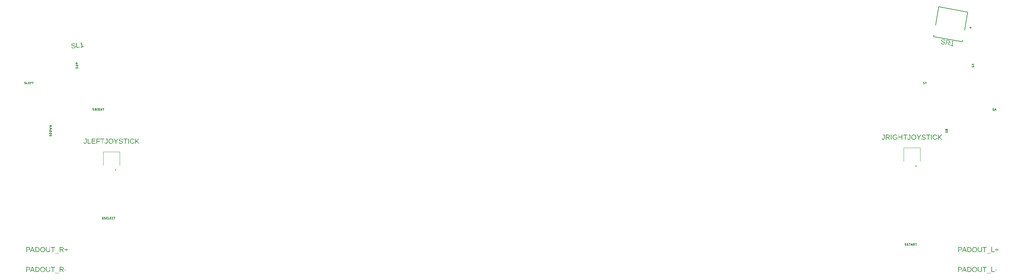
<source format=gbr>
G04 EAGLE Gerber RS-274X export*
G75*
%MOMM*%
%FSLAX34Y34*%
%LPD*%
%INSilkscreen Top*%
%IPPOS*%
%AMOC8*
5,1,8,0,0,1.08239X$1,22.5*%
G01*
G04 Define Apertures*
%ADD10C,0.100000*%
%ADD11C,0.200000*%
%ADD12C,0.127000*%
%ADD13C,0.152400*%
G36*
X438494Y400475D02*
X438027Y400487D01*
X437577Y400523D01*
X437142Y400583D01*
X436724Y400668D01*
X436322Y400776D01*
X435937Y400908D01*
X435567Y401065D01*
X435214Y401246D01*
X434880Y401449D01*
X434565Y401674D01*
X434271Y401920D01*
X433998Y402188D01*
X433745Y402478D01*
X433512Y402788D01*
X433300Y403121D01*
X433108Y403475D01*
X432937Y403847D01*
X432790Y404234D01*
X432665Y404637D01*
X432563Y405054D01*
X432483Y405487D01*
X432426Y405936D01*
X432392Y406399D01*
X432381Y406877D01*
X432387Y407242D01*
X432406Y407597D01*
X432438Y407942D01*
X432482Y408277D01*
X432539Y408601D01*
X432609Y408916D01*
X432691Y409220D01*
X432786Y409515D01*
X432894Y409799D01*
X433014Y410073D01*
X433147Y410337D01*
X433292Y410591D01*
X433621Y411069D01*
X434001Y411506D01*
X434426Y411897D01*
X434653Y412073D01*
X434891Y412236D01*
X435138Y412386D01*
X435395Y412523D01*
X435662Y412647D01*
X435939Y412758D01*
X436226Y412855D01*
X436523Y412940D01*
X436829Y413012D01*
X437146Y413070D01*
X437473Y413116D01*
X437809Y413149D01*
X438155Y413168D01*
X438512Y413175D01*
X438975Y413163D01*
X439422Y413128D01*
X439854Y413069D01*
X440270Y412988D01*
X440671Y412882D01*
X441056Y412753D01*
X441425Y412601D01*
X441779Y412426D01*
X442115Y412228D01*
X442430Y412009D01*
X442725Y411769D01*
X442999Y411507D01*
X443254Y411225D01*
X443487Y410921D01*
X443701Y410596D01*
X443894Y410249D01*
X444065Y409884D01*
X444214Y409503D01*
X444340Y409106D01*
X444442Y408693D01*
X444522Y408263D01*
X444580Y407817D01*
X444614Y407355D01*
X444625Y406877D01*
X444614Y406401D01*
X444579Y405940D01*
X444521Y405493D01*
X444440Y405062D01*
X444336Y404646D01*
X444209Y404245D01*
X444059Y403859D01*
X443885Y403488D01*
X443690Y403135D01*
X443475Y402803D01*
X443240Y402492D01*
X442984Y402202D01*
X442709Y401934D01*
X442413Y401686D01*
X442097Y401460D01*
X441761Y401254D01*
X441407Y401072D01*
X441038Y400913D01*
X440653Y400779D01*
X440253Y400670D01*
X439836Y400584D01*
X439405Y400524D01*
X438957Y400487D01*
X438494Y400475D01*
G37*
%LPC*%
G36*
X438494Y401832D02*
X439013Y401853D01*
X439501Y401915D01*
X439957Y402018D01*
X440383Y402162D01*
X440777Y402347D01*
X441141Y402574D01*
X441473Y402842D01*
X441774Y403151D01*
X442042Y403497D01*
X442274Y403878D01*
X442471Y404293D01*
X442632Y404741D01*
X442757Y405224D01*
X442846Y405741D01*
X442899Y406292D01*
X442917Y406877D01*
X442899Y407438D01*
X442845Y407967D01*
X442755Y408466D01*
X442629Y408933D01*
X442467Y409370D01*
X442269Y409776D01*
X442036Y410151D01*
X441766Y410495D01*
X441463Y410803D01*
X441130Y411069D01*
X440768Y411295D01*
X440376Y411480D01*
X439955Y411624D01*
X439503Y411726D01*
X439022Y411788D01*
X438512Y411808D01*
X437997Y411788D01*
X437512Y411727D01*
X437058Y411626D01*
X436633Y411484D01*
X436239Y411302D01*
X435874Y411079D01*
X435540Y410816D01*
X435236Y410512D01*
X434965Y410172D01*
X434730Y409799D01*
X434532Y409393D01*
X434369Y408955D01*
X434243Y408485D01*
X434152Y407981D01*
X434098Y407446D01*
X434080Y406877D01*
X434098Y406312D01*
X434153Y405777D01*
X434244Y405271D01*
X434372Y404796D01*
X434537Y404351D01*
X434738Y403935D01*
X434975Y403550D01*
X435249Y403194D01*
X435556Y402875D01*
X435891Y402599D01*
X436254Y402364D01*
X436645Y402173D01*
X437065Y402024D01*
X437513Y401918D01*
X437990Y401854D01*
X438494Y401832D01*
G37*
%LPD*%
G36*
X399850Y400650D02*
X390128Y400650D01*
X390128Y412991D01*
X399491Y412991D01*
X399491Y411624D01*
X391801Y411624D01*
X391801Y407666D01*
X398965Y407666D01*
X398965Y406317D01*
X391801Y406317D01*
X391801Y402016D01*
X399850Y402016D01*
X399850Y400650D01*
G37*
G36*
X463481Y400475D02*
X462932Y400487D01*
X462412Y400524D01*
X461923Y400585D01*
X461463Y400671D01*
X461032Y400781D01*
X460631Y400916D01*
X460260Y401075D01*
X459918Y401259D01*
X459606Y401467D01*
X459324Y401700D01*
X459071Y401957D01*
X458848Y402239D01*
X458655Y402545D01*
X458491Y402875D01*
X458357Y403231D01*
X458252Y403610D01*
X459872Y403934D01*
X459952Y403666D01*
X460052Y403415D01*
X460171Y403183D01*
X460310Y402970D01*
X460469Y402775D01*
X460648Y402599D01*
X460846Y402441D01*
X461064Y402301D01*
X461302Y402179D01*
X461560Y402073D01*
X461839Y401983D01*
X462139Y401910D01*
X462459Y401853D01*
X462799Y401812D01*
X463161Y401788D01*
X463542Y401780D01*
X463936Y401789D01*
X464306Y401815D01*
X464653Y401858D01*
X464978Y401919D01*
X465279Y401997D01*
X465556Y402093D01*
X465811Y402206D01*
X466043Y402336D01*
X466249Y402483D01*
X466428Y402647D01*
X466579Y402826D01*
X466703Y403022D01*
X466799Y403235D01*
X466868Y403463D01*
X466909Y403708D01*
X466923Y403969D01*
X466906Y404257D01*
X466854Y404517D01*
X466768Y404748D01*
X466647Y404950D01*
X466495Y405131D01*
X466315Y405294D01*
X466108Y405441D01*
X465872Y405572D01*
X465610Y405690D01*
X465325Y405798D01*
X465015Y405896D01*
X464681Y405984D01*
X463148Y406343D01*
X462461Y406505D01*
X461862Y406667D01*
X461351Y406829D01*
X460928Y406991D01*
X460569Y407158D01*
X460250Y407334D01*
X459971Y407519D01*
X459732Y407714D01*
X459526Y407922D01*
X459346Y408146D01*
X459191Y408388D01*
X459062Y408647D01*
X458961Y408924D01*
X458888Y409220D01*
X458845Y409537D01*
X458830Y409873D01*
X458849Y410258D01*
X458906Y410620D01*
X459001Y410959D01*
X459133Y411276D01*
X459304Y411570D01*
X459512Y411842D01*
X459759Y412090D01*
X460043Y412316D01*
X460363Y412518D01*
X460715Y412692D01*
X461100Y412839D01*
X461518Y412960D01*
X461968Y413054D01*
X462451Y413121D01*
X462967Y413161D01*
X463516Y413175D01*
X464026Y413165D01*
X464505Y413134D01*
X464953Y413084D01*
X465371Y413014D01*
X465757Y412923D01*
X466112Y412813D01*
X466437Y412682D01*
X466730Y412531D01*
X466998Y412356D01*
X467245Y412152D01*
X467471Y411921D01*
X467676Y411661D01*
X467861Y411372D01*
X468024Y411055D01*
X468167Y410710D01*
X468289Y410337D01*
X466643Y410048D01*
X466567Y410285D01*
X466476Y410505D01*
X466370Y410708D01*
X466249Y410894D01*
X466112Y411064D01*
X465960Y411216D01*
X465792Y411352D01*
X465609Y411471D01*
X465410Y411575D01*
X465192Y411665D01*
X464955Y411741D01*
X464701Y411803D01*
X464428Y411851D01*
X464136Y411886D01*
X463826Y411907D01*
X463498Y411913D01*
X463139Y411906D01*
X462802Y411883D01*
X462487Y411845D01*
X462193Y411791D01*
X461922Y411722D01*
X461672Y411638D01*
X461445Y411538D01*
X461239Y411423D01*
X461056Y411293D01*
X460898Y411148D01*
X460764Y410987D01*
X460654Y410812D01*
X460569Y410622D01*
X460508Y410416D01*
X460471Y410196D01*
X460459Y409960D01*
X460478Y409688D01*
X460535Y409440D01*
X460629Y409217D01*
X460761Y409019D01*
X460929Y408840D01*
X461130Y408675D01*
X461365Y408524D01*
X461633Y408388D01*
X461988Y408252D01*
X462485Y408100D01*
X463122Y407934D01*
X463901Y407753D01*
X465036Y407486D01*
X465588Y407337D01*
X466117Y407162D01*
X466618Y406957D01*
X467085Y406720D01*
X467303Y406586D01*
X467507Y406437D01*
X467695Y406275D01*
X467869Y406098D01*
X468026Y405906D01*
X468166Y405697D01*
X468287Y405472D01*
X468390Y405231D01*
X468472Y404970D01*
X468531Y404688D01*
X468567Y404383D01*
X468578Y404057D01*
X468557Y403642D01*
X468495Y403251D01*
X468391Y402885D01*
X468244Y402542D01*
X468057Y402223D01*
X467827Y401929D01*
X467556Y401658D01*
X467243Y401412D01*
X466892Y401192D01*
X466507Y401002D01*
X466088Y400841D01*
X465634Y400709D01*
X465147Y400607D01*
X464626Y400533D01*
X464070Y400490D01*
X463481Y400475D01*
G37*
G36*
X501457Y400650D02*
X499784Y400650D01*
X499784Y412991D01*
X501457Y412991D01*
X501457Y406807D01*
X507404Y412991D01*
X509375Y412991D01*
X504119Y407631D01*
X510075Y400650D01*
X507999Y400650D01*
X503068Y406606D01*
X501457Y405380D01*
X501457Y400650D01*
G37*
G36*
X492272Y400475D02*
X491813Y400487D01*
X491370Y400523D01*
X490943Y400584D01*
X490532Y400669D01*
X490137Y400778D01*
X489757Y400911D01*
X489393Y401068D01*
X489044Y401250D01*
X488714Y401454D01*
X488404Y401679D01*
X488114Y401925D01*
X487844Y402192D01*
X487595Y402479D01*
X487366Y402787D01*
X487157Y403116D01*
X486968Y403466D01*
X486801Y403834D01*
X486656Y404219D01*
X486533Y404621D01*
X486433Y405039D01*
X486355Y405474D01*
X486299Y405925D01*
X486266Y406393D01*
X486255Y406877D01*
X486261Y407241D01*
X486280Y407595D01*
X486311Y407939D01*
X486354Y408273D01*
X486410Y408597D01*
X486479Y408911D01*
X486560Y409215D01*
X486653Y409509D01*
X486759Y409793D01*
X486877Y410067D01*
X487151Y410585D01*
X487475Y411064D01*
X487849Y411502D01*
X488266Y411894D01*
X488722Y412234D01*
X488965Y412384D01*
X489217Y412521D01*
X489478Y412645D01*
X489749Y412756D01*
X490030Y412855D01*
X490320Y412939D01*
X490620Y413011D01*
X490930Y413070D01*
X491249Y413116D01*
X491577Y413149D01*
X491915Y413168D01*
X492263Y413175D01*
X492746Y413163D01*
X493208Y413127D01*
X493650Y413066D01*
X494072Y412982D01*
X494473Y412874D01*
X494854Y412741D01*
X495215Y412585D01*
X495556Y412404D01*
X495876Y412200D01*
X496174Y411972D01*
X496450Y411721D01*
X496704Y411447D01*
X496936Y411150D01*
X497146Y410829D01*
X497334Y410485D01*
X497501Y410118D01*
X495915Y409592D01*
X495800Y409854D01*
X495668Y410099D01*
X495520Y410329D01*
X495356Y410543D01*
X495175Y410741D01*
X494978Y410923D01*
X494765Y411089D01*
X494536Y411239D01*
X494293Y411373D01*
X494039Y411488D01*
X493773Y411586D01*
X493497Y411666D01*
X493209Y411728D01*
X492911Y411773D01*
X492601Y411799D01*
X492281Y411808D01*
X491782Y411788D01*
X491313Y411726D01*
X490871Y411623D01*
X490459Y411479D01*
X490074Y411293D01*
X489719Y411067D01*
X489391Y410799D01*
X489092Y410490D01*
X488826Y410145D01*
X488594Y409770D01*
X488399Y409364D01*
X488238Y408928D01*
X488114Y408461D01*
X488025Y407964D01*
X487972Y407436D01*
X487954Y406877D01*
X487972Y406324D01*
X488028Y405799D01*
X488121Y405301D01*
X488250Y404831D01*
X488417Y404389D01*
X488621Y403975D01*
X488862Y403588D01*
X489141Y403229D01*
X489450Y402906D01*
X489786Y402626D01*
X490148Y402389D01*
X490536Y402195D01*
X490951Y402044D01*
X491391Y401936D01*
X491858Y401871D01*
X492351Y401850D01*
X492670Y401860D01*
X492979Y401890D01*
X493278Y401940D01*
X493566Y402010D01*
X493845Y402101D01*
X494114Y402211D01*
X494373Y402341D01*
X494621Y402491D01*
X494860Y402662D01*
X495088Y402852D01*
X495307Y403063D01*
X495515Y403293D01*
X495713Y403544D01*
X495902Y403815D01*
X496080Y404105D01*
X496248Y404416D01*
X497614Y403733D01*
X497414Y403346D01*
X497195Y402984D01*
X496956Y402645D01*
X496698Y402329D01*
X496421Y402038D01*
X496124Y401771D01*
X495808Y401527D01*
X495473Y401307D01*
X495121Y401112D01*
X494756Y400943D01*
X494376Y400800D01*
X493983Y400683D01*
X493576Y400592D01*
X493155Y400527D01*
X492720Y400488D01*
X492272Y400475D01*
G37*
G36*
X403769Y400650D02*
X402096Y400650D01*
X402096Y412991D01*
X410864Y412991D01*
X410864Y411624D01*
X403769Y411624D01*
X403769Y407035D01*
X410654Y407035D01*
X410654Y405651D01*
X403769Y405651D01*
X403769Y400650D01*
G37*
G36*
X452274Y400650D02*
X450610Y400650D01*
X450610Y405765D01*
X445863Y412991D01*
X447702Y412991D01*
X451460Y407114D01*
X455199Y412991D01*
X457039Y412991D01*
X452274Y405765D01*
X452274Y400650D01*
G37*
G36*
X417900Y400650D02*
X416236Y400650D01*
X416236Y411624D01*
X411997Y411624D01*
X411997Y412991D01*
X422139Y412991D01*
X422139Y411624D01*
X417900Y411624D01*
X417900Y400650D01*
G37*
G36*
X475712Y400650D02*
X474048Y400650D01*
X474048Y411624D01*
X469809Y411624D01*
X469809Y412991D01*
X479952Y412991D01*
X479952Y411624D01*
X475712Y411624D01*
X475712Y400650D01*
G37*
G36*
X373721Y400475D02*
X373339Y400488D01*
X372977Y400525D01*
X372635Y400589D01*
X372313Y400677D01*
X372011Y400791D01*
X371728Y400931D01*
X371466Y401095D01*
X371223Y401285D01*
X371000Y401500D01*
X370798Y401741D01*
X370615Y402007D01*
X370452Y402298D01*
X370309Y402614D01*
X370186Y402956D01*
X370082Y403323D01*
X369999Y403715D01*
X371637Y403987D01*
X371682Y403740D01*
X371740Y403507D01*
X371811Y403288D01*
X371893Y403083D01*
X371988Y402892D01*
X372095Y402714D01*
X372215Y402551D01*
X372346Y402402D01*
X372489Y402268D01*
X372640Y402153D01*
X372800Y402055D01*
X372968Y401975D01*
X373146Y401912D01*
X373332Y401868D01*
X373527Y401841D01*
X373730Y401832D01*
X373952Y401842D01*
X374162Y401872D01*
X374359Y401920D01*
X374545Y401989D01*
X374718Y402077D01*
X374880Y402185D01*
X375029Y402312D01*
X375167Y402459D01*
X375290Y402624D01*
X375396Y402808D01*
X375487Y403010D01*
X375561Y403230D01*
X375618Y403469D01*
X375659Y403726D01*
X375684Y404000D01*
X375692Y404294D01*
X375692Y411624D01*
X373319Y411624D01*
X373319Y412991D01*
X377356Y412991D01*
X377356Y404329D01*
X377341Y403892D01*
X377295Y403479D01*
X377219Y403090D01*
X377113Y402725D01*
X376976Y402384D01*
X376809Y402066D01*
X376612Y401773D01*
X376384Y401504D01*
X376130Y401263D01*
X375853Y401054D01*
X375554Y400877D01*
X375232Y400732D01*
X374888Y400620D01*
X374522Y400539D01*
X374133Y400491D01*
X373721Y400475D01*
G37*
G36*
X426565Y400475D02*
X426183Y400488D01*
X425821Y400525D01*
X425479Y400589D01*
X425157Y400677D01*
X424854Y400791D01*
X424572Y400931D01*
X424309Y401095D01*
X424067Y401285D01*
X423844Y401500D01*
X423641Y401741D01*
X423458Y402007D01*
X423295Y402298D01*
X423152Y402614D01*
X423029Y402956D01*
X422926Y403323D01*
X422843Y403715D01*
X424481Y403987D01*
X424526Y403740D01*
X424584Y403507D01*
X424654Y403288D01*
X424737Y403083D01*
X424832Y402892D01*
X424939Y402714D01*
X425058Y402551D01*
X425190Y402402D01*
X425332Y402268D01*
X425483Y402153D01*
X425643Y402055D01*
X425812Y401975D01*
X425989Y401912D01*
X426175Y401868D01*
X426370Y401841D01*
X426574Y401832D01*
X426796Y401842D01*
X427005Y401872D01*
X427203Y401920D01*
X427388Y401989D01*
X427562Y402077D01*
X427723Y402185D01*
X427873Y402312D01*
X428010Y402459D01*
X428133Y402624D01*
X428240Y402808D01*
X428331Y403010D01*
X428404Y403230D01*
X428462Y403469D01*
X428503Y403726D01*
X428528Y404000D01*
X428536Y404294D01*
X428536Y411624D01*
X426162Y411624D01*
X426162Y412991D01*
X430200Y412991D01*
X430200Y404329D01*
X430185Y403892D01*
X430139Y403479D01*
X430063Y403090D01*
X429957Y402725D01*
X429820Y402384D01*
X429653Y402066D01*
X429456Y401773D01*
X429228Y401504D01*
X428973Y401263D01*
X428697Y401054D01*
X428398Y400877D01*
X428076Y400732D01*
X427732Y400620D01*
X427365Y400539D01*
X426977Y400491D01*
X426565Y400475D01*
G37*
G36*
X388068Y400650D02*
X380159Y400650D01*
X380159Y412991D01*
X381832Y412991D01*
X381832Y402016D01*
X388068Y402016D01*
X388068Y400650D01*
G37*
G36*
X483703Y400650D02*
X482030Y400650D01*
X482030Y412991D01*
X483703Y412991D01*
X483703Y400650D01*
G37*
G36*
X2454463Y410475D02*
X2453996Y410487D01*
X2453545Y410523D01*
X2453111Y410583D01*
X2452693Y410668D01*
X2452291Y410776D01*
X2451905Y410908D01*
X2451536Y411065D01*
X2451183Y411246D01*
X2450848Y411449D01*
X2450534Y411674D01*
X2450240Y411920D01*
X2449967Y412188D01*
X2449714Y412478D01*
X2449481Y412788D01*
X2449268Y413121D01*
X2449077Y413475D01*
X2448906Y413847D01*
X2448758Y414234D01*
X2448634Y414637D01*
X2448531Y415054D01*
X2448452Y415487D01*
X2448395Y415936D01*
X2448361Y416399D01*
X2448350Y416877D01*
X2448356Y417242D01*
X2448375Y417597D01*
X2448407Y417942D01*
X2448451Y418277D01*
X2448508Y418601D01*
X2448577Y418916D01*
X2448660Y419220D01*
X2448755Y419515D01*
X2448862Y419799D01*
X2448983Y420073D01*
X2449115Y420337D01*
X2449261Y420591D01*
X2449590Y421069D01*
X2449970Y421506D01*
X2450395Y421897D01*
X2450622Y422073D01*
X2450859Y422236D01*
X2451107Y422386D01*
X2451364Y422523D01*
X2451631Y422647D01*
X2451908Y422758D01*
X2452195Y422855D01*
X2452491Y422940D01*
X2452798Y423012D01*
X2453115Y423070D01*
X2453441Y423116D01*
X2453778Y423149D01*
X2454124Y423168D01*
X2454481Y423175D01*
X2454944Y423163D01*
X2455391Y423128D01*
X2455823Y423069D01*
X2456239Y422988D01*
X2456639Y422882D01*
X2457024Y422753D01*
X2457394Y422601D01*
X2457747Y422426D01*
X2458083Y422228D01*
X2458399Y422009D01*
X2458694Y421769D01*
X2458968Y421507D01*
X2459222Y421225D01*
X2459456Y420921D01*
X2459670Y420596D01*
X2459863Y420249D01*
X2460034Y419884D01*
X2460183Y419503D01*
X2460308Y419106D01*
X2460411Y418693D01*
X2460491Y418263D01*
X2460548Y417817D01*
X2460583Y417355D01*
X2460594Y416877D01*
X2460582Y416401D01*
X2460548Y415940D01*
X2460490Y415493D01*
X2460409Y415062D01*
X2460305Y414646D01*
X2460178Y414245D01*
X2460027Y413859D01*
X2459854Y413488D01*
X2459659Y413135D01*
X2459444Y412803D01*
X2459208Y412492D01*
X2458953Y412202D01*
X2458677Y411934D01*
X2458382Y411686D01*
X2458066Y411460D01*
X2457730Y411254D01*
X2457376Y411072D01*
X2457007Y410913D01*
X2456622Y410779D01*
X2456221Y410670D01*
X2455805Y410584D01*
X2455373Y410524D01*
X2454926Y410487D01*
X2454463Y410475D01*
G37*
%LPC*%
G36*
X2454463Y411832D02*
X2454982Y411853D01*
X2455469Y411915D01*
X2455926Y412018D01*
X2456352Y412162D01*
X2456746Y412347D01*
X2457109Y412574D01*
X2457442Y412842D01*
X2457743Y413151D01*
X2458011Y413497D01*
X2458243Y413878D01*
X2458440Y414293D01*
X2458600Y414741D01*
X2458725Y415224D01*
X2458815Y415741D01*
X2458868Y416292D01*
X2458886Y416877D01*
X2458868Y417438D01*
X2458814Y417967D01*
X2458724Y418466D01*
X2458598Y418933D01*
X2458436Y419370D01*
X2458238Y419776D01*
X2458004Y420151D01*
X2457734Y420495D01*
X2457432Y420803D01*
X2457099Y421069D01*
X2456737Y421295D01*
X2456345Y421480D01*
X2455923Y421624D01*
X2455472Y421726D01*
X2454991Y421788D01*
X2454481Y421808D01*
X2453966Y421788D01*
X2453481Y421727D01*
X2453026Y421626D01*
X2452602Y421484D01*
X2452207Y421302D01*
X2451843Y421079D01*
X2451509Y420816D01*
X2451205Y420512D01*
X2450934Y420172D01*
X2450699Y419799D01*
X2450500Y419393D01*
X2450338Y418955D01*
X2450211Y418485D01*
X2450121Y417981D01*
X2450067Y417446D01*
X2450049Y416877D01*
X2450067Y416312D01*
X2450122Y415777D01*
X2450213Y415271D01*
X2450341Y414796D01*
X2450505Y414351D01*
X2450706Y413935D01*
X2450944Y413550D01*
X2451218Y413194D01*
X2451524Y412875D01*
X2451859Y412599D01*
X2452222Y412364D01*
X2452614Y412173D01*
X2453034Y412024D01*
X2453482Y411918D01*
X2453958Y411854D01*
X2454463Y411832D01*
G37*
%LPD*%
G36*
X2385863Y410650D02*
X2384190Y410650D01*
X2384190Y422991D01*
X2389997Y422991D01*
X2390503Y422976D01*
X2390980Y422932D01*
X2391427Y422860D01*
X2391844Y422758D01*
X2392232Y422626D01*
X2392589Y422466D01*
X2392917Y422277D01*
X2393216Y422058D01*
X2393482Y421813D01*
X2393712Y421546D01*
X2393907Y421256D01*
X2394067Y420942D01*
X2394191Y420606D01*
X2394279Y420247D01*
X2394332Y419866D01*
X2394350Y419461D01*
X2394338Y419124D01*
X2394300Y418801D01*
X2394237Y418491D01*
X2394150Y418195D01*
X2394037Y417913D01*
X2393899Y417645D01*
X2393737Y417390D01*
X2393549Y417149D01*
X2393339Y416925D01*
X2393110Y416724D01*
X2392862Y416543D01*
X2392751Y416477D01*
X2392595Y416385D01*
X2392309Y416248D01*
X2392004Y416132D01*
X2391680Y416039D01*
X2391337Y415966D01*
X2392829Y413703D01*
X2394841Y410650D01*
X2392914Y410650D01*
X2389708Y415774D01*
X2385863Y415774D01*
X2385863Y410650D01*
G37*
%LPC*%
G36*
X2389901Y417096D02*
X2390222Y417106D01*
X2390525Y417135D01*
X2390808Y417183D01*
X2391073Y417251D01*
X2391320Y417337D01*
X2391547Y417444D01*
X2391756Y417569D01*
X2391946Y417714D01*
X2392115Y417876D01*
X2392262Y418053D01*
X2392386Y418246D01*
X2392488Y418455D01*
X2392567Y418679D01*
X2392623Y418918D01*
X2392657Y419173D01*
X2392668Y419444D01*
X2392657Y419705D01*
X2392623Y419950D01*
X2392566Y420180D01*
X2392486Y420393D01*
X2392383Y420590D01*
X2392257Y420771D01*
X2392109Y420937D01*
X2391937Y421086D01*
X2391744Y421218D01*
X2391531Y421333D01*
X2391298Y421430D01*
X2391045Y421510D01*
X2390771Y421571D01*
X2390478Y421615D01*
X2390164Y421642D01*
X2389831Y421651D01*
X2385863Y421651D01*
X2385863Y417096D01*
X2389901Y417096D01*
G37*
%LPD*%
G36*
X2407777Y410475D02*
X2407301Y410487D01*
X2406843Y410523D01*
X2406400Y410583D01*
X2405975Y410668D01*
X2405566Y410776D01*
X2405174Y410908D01*
X2404799Y411065D01*
X2404440Y411246D01*
X2404100Y411449D01*
X2403781Y411673D01*
X2403482Y411919D01*
X2403204Y412186D01*
X2402947Y412474D01*
X2402710Y412784D01*
X2402494Y413114D01*
X2402298Y413466D01*
X2402125Y413836D01*
X2401975Y414223D01*
X2401847Y414625D01*
X2401743Y415044D01*
X2401662Y415478D01*
X2401605Y415928D01*
X2401570Y416395D01*
X2401558Y416877D01*
X2401565Y417248D01*
X2401584Y417607D01*
X2401615Y417956D01*
X2401659Y418295D01*
X2401716Y418622D01*
X2401785Y418940D01*
X2401867Y419246D01*
X2401961Y419542D01*
X2402068Y419827D01*
X2402188Y420102D01*
X2402320Y420366D01*
X2402465Y420620D01*
X2402622Y420863D01*
X2402792Y421095D01*
X2403170Y421528D01*
X2403593Y421914D01*
X2403820Y422088D01*
X2404057Y422249D01*
X2404305Y422396D01*
X2404562Y422532D01*
X2404830Y422654D01*
X2405108Y422763D01*
X2405396Y422860D01*
X2405694Y422943D01*
X2406003Y423014D01*
X2406321Y423072D01*
X2406650Y423117D01*
X2406989Y423149D01*
X2407339Y423168D01*
X2407698Y423175D01*
X2408198Y423164D01*
X2408675Y423131D01*
X2409127Y423077D01*
X2409555Y423002D01*
X2409959Y422904D01*
X2410339Y422786D01*
X2410695Y422645D01*
X2411026Y422483D01*
X2411337Y422297D01*
X2411629Y422085D01*
X2411903Y421847D01*
X2412158Y421583D01*
X2412396Y421293D01*
X2412614Y420977D01*
X2412815Y420635D01*
X2412997Y420267D01*
X2411403Y419794D01*
X2411265Y420048D01*
X2411115Y420284D01*
X2410953Y420502D01*
X2410778Y420703D01*
X2410590Y420885D01*
X2410391Y421050D01*
X2410178Y421197D01*
X2409953Y421327D01*
X2409715Y421440D01*
X2409463Y421537D01*
X2409197Y421620D01*
X2408917Y421688D01*
X2408622Y421741D01*
X2408314Y421778D01*
X2407991Y421801D01*
X2407654Y421808D01*
X2407136Y421788D01*
X2406649Y421728D01*
X2406193Y421627D01*
X2405769Y421485D01*
X2405376Y421304D01*
X2405015Y421082D01*
X2404686Y420819D01*
X2404387Y420517D01*
X2404123Y420177D01*
X2403893Y419805D01*
X2403699Y419399D01*
X2403540Y418961D01*
X2403416Y418489D01*
X2403328Y417985D01*
X2403275Y417448D01*
X2403258Y416877D01*
X2403276Y416308D01*
X2403333Y415770D01*
X2403426Y415262D01*
X2403558Y414785D01*
X2403726Y414339D01*
X2403932Y413924D01*
X2404176Y413539D01*
X2404457Y413186D01*
X2404772Y412868D01*
X2405115Y412594D01*
X2405487Y412361D01*
X2405887Y412171D01*
X2406317Y412023D01*
X2406775Y411917D01*
X2407261Y411854D01*
X2407777Y411832D01*
X2408371Y411855D01*
X2408945Y411924D01*
X2409499Y412039D01*
X2410032Y412200D01*
X2410531Y412401D01*
X2410979Y412634D01*
X2411378Y412900D01*
X2411727Y413199D01*
X2411727Y415423D01*
X2408040Y415423D01*
X2408040Y416825D01*
X2413269Y416825D01*
X2413269Y412568D01*
X2413016Y412326D01*
X2412750Y412097D01*
X2412471Y411883D01*
X2412177Y411682D01*
X2411870Y411496D01*
X2411548Y411324D01*
X2411213Y411166D01*
X2410864Y411022D01*
X2410505Y410894D01*
X2410138Y410783D01*
X2409763Y410689D01*
X2409381Y410612D01*
X2408991Y410552D01*
X2408594Y410509D01*
X2408189Y410483D01*
X2407777Y410475D01*
G37*
G36*
X2417738Y410650D02*
X2416065Y410650D01*
X2416065Y422991D01*
X2417738Y422991D01*
X2417738Y417771D01*
X2424412Y417771D01*
X2424412Y422991D01*
X2426085Y422991D01*
X2426085Y410650D01*
X2424412Y410650D01*
X2424412Y416369D01*
X2417738Y416369D01*
X2417738Y410650D01*
G37*
G36*
X2479450Y410475D02*
X2478901Y410487D01*
X2478381Y410524D01*
X2477891Y410585D01*
X2477431Y410671D01*
X2477001Y410781D01*
X2476600Y410916D01*
X2476229Y411075D01*
X2475887Y411259D01*
X2475575Y411467D01*
X2475293Y411700D01*
X2475040Y411957D01*
X2474817Y412239D01*
X2474623Y412545D01*
X2474460Y412875D01*
X2474325Y413231D01*
X2474221Y413610D01*
X2475841Y413934D01*
X2475921Y413666D01*
X2476021Y413415D01*
X2476140Y413183D01*
X2476279Y412970D01*
X2476438Y412775D01*
X2476616Y412599D01*
X2476814Y412441D01*
X2477032Y412301D01*
X2477270Y412179D01*
X2477529Y412073D01*
X2477808Y411983D01*
X2478107Y411910D01*
X2478427Y411853D01*
X2478768Y411812D01*
X2479129Y411788D01*
X2479511Y411780D01*
X2479904Y411789D01*
X2480275Y411815D01*
X2480622Y411858D01*
X2480946Y411919D01*
X2481247Y411997D01*
X2481525Y412093D01*
X2481780Y412206D01*
X2482012Y412336D01*
X2482218Y412483D01*
X2482397Y412647D01*
X2482548Y412826D01*
X2482672Y413022D01*
X2482768Y413235D01*
X2482837Y413463D01*
X2482878Y413708D01*
X2482892Y413969D01*
X2482875Y414257D01*
X2482823Y414517D01*
X2482737Y414748D01*
X2482616Y414950D01*
X2482464Y415131D01*
X2482284Y415294D01*
X2482076Y415441D01*
X2481841Y415572D01*
X2481579Y415690D01*
X2481293Y415798D01*
X2480983Y415896D01*
X2480650Y415984D01*
X2479117Y416343D01*
X2478430Y416505D01*
X2477830Y416667D01*
X2477319Y416829D01*
X2476897Y416991D01*
X2476538Y417158D01*
X2476219Y417334D01*
X2475940Y417519D01*
X2475701Y417714D01*
X2475495Y417922D01*
X2475315Y418146D01*
X2475160Y418388D01*
X2475031Y418647D01*
X2474929Y418924D01*
X2474857Y419220D01*
X2474813Y419537D01*
X2474799Y419873D01*
X2474818Y420258D01*
X2474875Y420620D01*
X2474969Y420959D01*
X2475102Y421276D01*
X2475273Y421570D01*
X2475481Y421842D01*
X2475728Y422090D01*
X2476012Y422316D01*
X2476332Y422518D01*
X2476684Y422692D01*
X2477069Y422839D01*
X2477487Y422960D01*
X2477937Y423054D01*
X2478420Y423121D01*
X2478936Y423161D01*
X2479485Y423175D01*
X2479995Y423165D01*
X2480474Y423134D01*
X2480922Y423084D01*
X2481339Y423014D01*
X2481726Y422923D01*
X2482081Y422813D01*
X2482406Y422682D01*
X2482699Y422531D01*
X2482967Y422356D01*
X2483214Y422152D01*
X2483440Y421921D01*
X2483645Y421661D01*
X2483829Y421372D01*
X2483993Y421055D01*
X2484136Y420710D01*
X2484258Y420337D01*
X2482611Y420048D01*
X2482536Y420285D01*
X2482445Y420505D01*
X2482339Y420708D01*
X2482217Y420894D01*
X2482080Y421064D01*
X2481928Y421216D01*
X2481761Y421352D01*
X2481578Y421471D01*
X2481378Y421575D01*
X2481160Y421665D01*
X2480924Y421741D01*
X2480669Y421803D01*
X2480396Y421851D01*
X2480105Y421886D01*
X2479795Y421907D01*
X2479467Y421913D01*
X2479108Y421906D01*
X2478771Y421883D01*
X2478456Y421845D01*
X2478162Y421791D01*
X2477891Y421722D01*
X2477641Y421638D01*
X2477413Y421538D01*
X2477207Y421423D01*
X2477025Y421293D01*
X2476866Y421148D01*
X2476732Y420987D01*
X2476623Y420812D01*
X2476538Y420622D01*
X2476477Y420416D01*
X2476440Y420196D01*
X2476428Y419960D01*
X2476447Y419688D01*
X2476503Y419440D01*
X2476598Y419217D01*
X2476730Y419019D01*
X2476898Y418840D01*
X2477099Y418675D01*
X2477334Y418524D01*
X2477602Y418388D01*
X2477957Y418252D01*
X2478453Y418100D01*
X2479091Y417934D01*
X2479870Y417753D01*
X2481004Y417486D01*
X2481557Y417337D01*
X2482086Y417162D01*
X2482586Y416957D01*
X2483054Y416720D01*
X2483272Y416586D01*
X2483475Y416437D01*
X2483664Y416275D01*
X2483838Y416098D01*
X2483995Y415906D01*
X2484134Y415697D01*
X2484256Y415472D01*
X2484359Y415231D01*
X2484441Y414970D01*
X2484500Y414688D01*
X2484535Y414383D01*
X2484547Y414057D01*
X2484526Y413642D01*
X2484464Y413251D01*
X2484359Y412885D01*
X2484213Y412542D01*
X2484025Y412223D01*
X2483796Y411929D01*
X2483524Y411658D01*
X2483211Y411412D01*
X2482860Y411192D01*
X2482475Y411002D01*
X2482056Y410841D01*
X2481603Y410709D01*
X2481116Y410607D01*
X2480595Y410533D01*
X2480039Y410490D01*
X2479450Y410475D01*
G37*
G36*
X2517426Y410650D02*
X2515753Y410650D01*
X2515753Y422991D01*
X2517426Y422991D01*
X2517426Y416807D01*
X2523373Y422991D01*
X2525343Y422991D01*
X2520088Y417631D01*
X2526044Y410650D01*
X2523968Y410650D01*
X2519037Y416606D01*
X2517426Y415380D01*
X2517426Y410650D01*
G37*
G36*
X2508241Y410475D02*
X2507782Y410487D01*
X2507339Y410523D01*
X2506912Y410584D01*
X2506501Y410669D01*
X2506105Y410778D01*
X2505725Y410911D01*
X2505361Y411068D01*
X2505013Y411250D01*
X2504683Y411454D01*
X2504373Y411679D01*
X2504083Y411925D01*
X2503813Y412192D01*
X2503564Y412479D01*
X2503335Y412787D01*
X2503126Y413116D01*
X2502937Y413466D01*
X2502770Y413834D01*
X2502625Y414219D01*
X2502502Y414621D01*
X2502402Y415039D01*
X2502324Y415474D01*
X2502268Y415925D01*
X2502235Y416393D01*
X2502223Y416877D01*
X2502230Y417241D01*
X2502248Y417595D01*
X2502279Y417939D01*
X2502323Y418273D01*
X2502379Y418597D01*
X2502448Y418911D01*
X2502529Y419215D01*
X2502622Y419509D01*
X2502728Y419793D01*
X2502846Y420067D01*
X2503120Y420585D01*
X2503444Y421064D01*
X2503817Y421502D01*
X2504235Y421894D01*
X2504691Y422234D01*
X2504933Y422384D01*
X2505185Y422521D01*
X2505447Y422645D01*
X2505718Y422756D01*
X2505999Y422855D01*
X2506289Y422939D01*
X2506589Y423011D01*
X2506898Y423070D01*
X2507217Y423116D01*
X2507546Y423149D01*
X2507884Y423168D01*
X2508232Y423175D01*
X2508714Y423163D01*
X2509177Y423127D01*
X2509619Y423066D01*
X2510040Y422982D01*
X2510442Y422874D01*
X2510823Y422741D01*
X2511184Y422585D01*
X2511525Y422404D01*
X2511845Y422200D01*
X2512142Y421972D01*
X2512418Y421721D01*
X2512672Y421447D01*
X2512904Y421150D01*
X2513115Y420829D01*
X2513303Y420485D01*
X2513469Y420118D01*
X2511884Y419592D01*
X2511769Y419854D01*
X2511637Y420099D01*
X2511489Y420329D01*
X2511325Y420543D01*
X2511144Y420741D01*
X2510947Y420923D01*
X2510734Y421089D01*
X2510505Y421239D01*
X2510261Y421373D01*
X2510007Y421488D01*
X2509742Y421586D01*
X2509466Y421666D01*
X2509178Y421728D01*
X2508880Y421773D01*
X2508570Y421799D01*
X2508249Y421808D01*
X2507751Y421788D01*
X2507281Y421726D01*
X2506840Y421623D01*
X2506427Y421479D01*
X2506043Y421293D01*
X2505687Y421067D01*
X2505360Y420799D01*
X2505061Y420490D01*
X2504794Y420145D01*
X2504563Y419770D01*
X2504367Y419364D01*
X2504207Y418928D01*
X2504083Y418461D01*
X2503994Y417964D01*
X2503940Y417436D01*
X2503923Y416877D01*
X2503941Y416324D01*
X2503997Y415799D01*
X2504089Y415301D01*
X2504219Y414831D01*
X2504386Y414389D01*
X2504590Y413975D01*
X2504831Y413588D01*
X2505109Y413229D01*
X2505419Y412906D01*
X2505755Y412626D01*
X2506117Y412389D01*
X2506505Y412195D01*
X2506920Y412044D01*
X2507360Y411936D01*
X2507827Y411871D01*
X2508319Y411850D01*
X2508638Y411860D01*
X2508947Y411890D01*
X2509246Y411940D01*
X2509535Y412010D01*
X2509814Y412101D01*
X2510083Y412211D01*
X2510341Y412341D01*
X2510590Y412491D01*
X2510829Y412662D01*
X2511057Y412852D01*
X2511276Y413063D01*
X2511484Y413293D01*
X2511682Y413544D01*
X2511871Y413815D01*
X2512049Y414105D01*
X2512217Y414416D01*
X2513583Y413733D01*
X2513383Y413346D01*
X2513164Y412984D01*
X2512925Y412645D01*
X2512667Y412329D01*
X2512390Y412038D01*
X2512093Y411771D01*
X2511777Y411527D01*
X2511442Y411307D01*
X2511090Y411112D01*
X2510724Y410943D01*
X2510345Y410800D01*
X2509952Y410683D01*
X2509545Y410592D01*
X2509124Y410527D01*
X2508689Y410488D01*
X2508241Y410475D01*
G37*
G36*
X2468243Y410650D02*
X2466579Y410650D01*
X2466579Y415765D01*
X2461832Y422991D01*
X2463671Y422991D01*
X2467428Y417114D01*
X2471168Y422991D01*
X2473008Y422991D01*
X2468243Y415765D01*
X2468243Y410650D01*
G37*
G36*
X2433869Y410650D02*
X2432205Y410650D01*
X2432205Y421624D01*
X2427965Y421624D01*
X2427965Y422991D01*
X2438108Y422991D01*
X2438108Y421624D01*
X2433869Y421624D01*
X2433869Y410650D01*
G37*
G36*
X2491681Y410650D02*
X2490017Y410650D01*
X2490017Y421624D01*
X2485778Y421624D01*
X2485778Y422991D01*
X2495920Y422991D01*
X2495920Y421624D01*
X2491681Y421624D01*
X2491681Y410650D01*
G37*
G36*
X2377753Y410475D02*
X2377371Y410488D01*
X2377009Y410525D01*
X2376666Y410589D01*
X2376344Y410677D01*
X2376042Y410791D01*
X2375759Y410931D01*
X2375497Y411095D01*
X2375254Y411285D01*
X2375032Y411500D01*
X2374829Y411741D01*
X2374646Y412007D01*
X2374483Y412298D01*
X2374340Y412614D01*
X2374217Y412956D01*
X2374114Y413323D01*
X2374030Y413715D01*
X2375668Y413987D01*
X2375714Y413740D01*
X2375772Y413507D01*
X2375842Y413288D01*
X2375924Y413083D01*
X2376019Y412892D01*
X2376126Y412714D01*
X2376246Y412551D01*
X2376378Y412402D01*
X2376520Y412268D01*
X2376671Y412153D01*
X2376831Y412055D01*
X2376999Y411975D01*
X2377177Y411912D01*
X2377363Y411868D01*
X2377558Y411841D01*
X2377761Y411832D01*
X2377983Y411842D01*
X2378193Y411872D01*
X2378390Y411920D01*
X2378576Y411989D01*
X2378749Y412077D01*
X2378911Y412185D01*
X2379060Y412312D01*
X2379198Y412459D01*
X2379321Y412624D01*
X2379428Y412808D01*
X2379518Y413010D01*
X2379592Y413230D01*
X2379649Y413469D01*
X2379690Y413726D01*
X2379715Y414000D01*
X2379723Y414294D01*
X2379723Y421624D01*
X2377350Y421624D01*
X2377350Y422991D01*
X2381387Y422991D01*
X2381387Y414329D01*
X2381372Y413892D01*
X2381327Y413479D01*
X2381251Y413090D01*
X2381144Y412725D01*
X2381008Y412384D01*
X2380841Y412066D01*
X2380643Y411773D01*
X2380415Y411504D01*
X2380161Y411263D01*
X2379884Y411054D01*
X2379585Y410877D01*
X2379264Y410732D01*
X2378919Y410620D01*
X2378553Y410539D01*
X2378164Y410491D01*
X2377753Y410475D01*
G37*
G36*
X2442534Y410475D02*
X2442152Y410488D01*
X2441790Y410525D01*
X2441448Y410589D01*
X2441125Y410677D01*
X2440823Y410791D01*
X2440541Y410931D01*
X2440278Y411095D01*
X2440036Y411285D01*
X2439813Y411500D01*
X2439610Y411741D01*
X2439427Y412007D01*
X2439264Y412298D01*
X2439121Y412614D01*
X2438998Y412956D01*
X2438895Y413323D01*
X2438812Y413715D01*
X2440449Y413987D01*
X2440495Y413740D01*
X2440553Y413507D01*
X2440623Y413288D01*
X2440706Y413083D01*
X2440800Y412892D01*
X2440908Y412714D01*
X2441027Y412551D01*
X2441159Y412402D01*
X2441301Y412268D01*
X2441452Y412153D01*
X2441612Y412055D01*
X2441781Y411975D01*
X2441958Y411912D01*
X2442144Y411868D01*
X2442339Y411841D01*
X2442543Y411832D01*
X2442764Y411842D01*
X2442974Y411872D01*
X2443172Y411920D01*
X2443357Y411989D01*
X2443531Y412077D01*
X2443692Y412185D01*
X2443842Y412312D01*
X2443979Y412459D01*
X2444102Y412624D01*
X2444209Y412808D01*
X2444299Y413010D01*
X2444373Y413230D01*
X2444431Y413469D01*
X2444472Y413726D01*
X2444496Y414000D01*
X2444505Y414294D01*
X2444505Y421624D01*
X2442131Y421624D01*
X2442131Y422991D01*
X2446169Y422991D01*
X2446169Y414329D01*
X2446154Y413892D01*
X2446108Y413479D01*
X2446032Y413090D01*
X2445926Y412725D01*
X2445789Y412384D01*
X2445622Y412066D01*
X2445424Y411773D01*
X2445197Y411504D01*
X2444942Y411263D01*
X2444666Y411054D01*
X2444366Y410877D01*
X2444045Y410732D01*
X2443701Y410620D01*
X2443334Y410539D01*
X2442945Y410491D01*
X2442534Y410475D01*
G37*
G36*
X2399016Y410650D02*
X2397343Y410650D01*
X2397343Y422991D01*
X2399016Y422991D01*
X2399016Y410650D01*
G37*
G36*
X2499672Y410650D02*
X2497999Y410650D01*
X2497999Y422991D01*
X2499672Y422991D01*
X2499672Y410650D01*
G37*
G36*
X344092Y640354D02*
X343599Y640355D01*
X343132Y640384D01*
X342691Y640441D01*
X342277Y640526D01*
X341889Y640639D01*
X341527Y640779D01*
X341192Y640948D01*
X340884Y641145D01*
X340601Y641369D01*
X340346Y641621D01*
X340116Y641902D01*
X339913Y642210D01*
X339737Y642546D01*
X339587Y642910D01*
X341156Y643430D01*
X341268Y643172D01*
X341397Y642936D01*
X341544Y642720D01*
X341708Y642526D01*
X341889Y642351D01*
X342088Y642198D01*
X342304Y642065D01*
X342537Y641953D01*
X342788Y641861D01*
X343058Y641788D01*
X343345Y641733D01*
X343652Y641696D01*
X343976Y641679D01*
X344319Y641680D01*
X344681Y641700D01*
X345061Y641738D01*
X345450Y641795D01*
X345815Y641866D01*
X346154Y641951D01*
X346468Y642051D01*
X346758Y642165D01*
X347022Y642294D01*
X347261Y642437D01*
X347475Y642595D01*
X347662Y642766D01*
X347819Y642950D01*
X347947Y643147D01*
X348046Y643357D01*
X348116Y643579D01*
X348156Y643815D01*
X348168Y644063D01*
X348149Y644324D01*
X348097Y644607D01*
X348014Y644858D01*
X347900Y645077D01*
X347756Y645264D01*
X347583Y645424D01*
X347385Y645564D01*
X347161Y645685D01*
X346911Y645786D01*
X346637Y645871D01*
X346340Y645943D01*
X346021Y646003D01*
X345678Y646050D01*
X344113Y646219D01*
X343411Y646296D01*
X342797Y646384D01*
X342270Y646483D01*
X341831Y646592D01*
X341454Y646714D01*
X341116Y646850D01*
X340817Y647000D01*
X340556Y647164D01*
X340326Y647345D01*
X340120Y647546D01*
X339937Y647767D01*
X339777Y648008D01*
X339643Y648270D01*
X339534Y648556D01*
X339453Y648865D01*
X339397Y649197D01*
X339369Y649581D01*
X339382Y649947D01*
X339434Y650296D01*
X339527Y650627D01*
X339661Y650939D01*
X339835Y651234D01*
X340049Y651511D01*
X340304Y651770D01*
X340596Y652008D01*
X340925Y652224D01*
X341289Y652418D01*
X341689Y652588D01*
X342124Y652737D01*
X342596Y652862D01*
X343103Y652965D01*
X343646Y653045D01*
X344153Y653097D01*
X344633Y653126D01*
X345084Y653130D01*
X345506Y653111D01*
X345901Y653068D01*
X346267Y653002D01*
X346605Y652912D01*
X346915Y652798D01*
X347202Y652657D01*
X347472Y652485D01*
X347724Y652282D01*
X347960Y652049D01*
X348178Y651785D01*
X348379Y651491D01*
X348563Y651166D01*
X348730Y650810D01*
X347130Y650323D01*
X347027Y650548D01*
X346910Y650756D01*
X346779Y650944D01*
X346636Y651114D01*
X346480Y651266D01*
X346310Y651399D01*
X346127Y651513D01*
X345931Y651609D01*
X345720Y651688D01*
X345493Y651750D01*
X345249Y651797D01*
X344989Y651828D01*
X344712Y651842D01*
X344419Y651841D01*
X344109Y651824D01*
X343782Y651791D01*
X343427Y651740D01*
X343095Y651676D01*
X342787Y651599D01*
X342502Y651510D01*
X342241Y651409D01*
X342003Y651295D01*
X341789Y651168D01*
X341599Y651029D01*
X341434Y650877D01*
X341294Y650714D01*
X341181Y650539D01*
X341093Y650351D01*
X341032Y650152D01*
X340996Y649941D01*
X340987Y649717D01*
X341004Y649482D01*
X341056Y649214D01*
X341142Y648975D01*
X341263Y648765D01*
X341418Y648584D01*
X341607Y648427D01*
X341826Y648288D01*
X342078Y648167D01*
X342360Y648065D01*
X342729Y647972D01*
X343241Y647883D01*
X343894Y647795D01*
X344689Y647711D01*
X345847Y647584D01*
X346414Y647503D01*
X346961Y647394D01*
X347482Y647252D01*
X347975Y647073D01*
X348208Y646966D01*
X348428Y646844D01*
X348635Y646706D01*
X348829Y646551D01*
X349008Y646380D01*
X349172Y646190D01*
X349320Y645981D01*
X349452Y645754D01*
X349565Y645506D01*
X349658Y645232D01*
X349730Y644935D01*
X349782Y644612D01*
X349812Y644198D01*
X349797Y643802D01*
X349738Y643426D01*
X349635Y643068D01*
X349487Y642729D01*
X349295Y642408D01*
X349059Y642107D01*
X348778Y641824D01*
X348457Y641563D01*
X348098Y641327D01*
X347701Y641117D01*
X347268Y640930D01*
X346797Y640769D01*
X346288Y640633D01*
X345742Y640522D01*
X345159Y640435D01*
X344612Y640381D01*
X344092Y640354D01*
G37*
G36*
X362269Y642713D02*
X362106Y644043D01*
X365227Y644426D01*
X364070Y653850D01*
X361548Y651537D01*
X361366Y653015D01*
X364017Y655361D01*
X365460Y655538D01*
X366800Y644619D01*
X369782Y644985D01*
X369945Y643655D01*
X362269Y642713D01*
G37*
G36*
X352479Y641511D02*
X350975Y653760D01*
X352636Y653963D01*
X353973Y643071D01*
X360163Y643831D01*
X360329Y642475D01*
X352479Y641511D01*
G37*
G36*
X2596855Y689182D02*
X2595682Y689388D01*
X2596243Y691913D01*
X2593809Y691426D01*
X2593621Y692633D01*
X2596165Y692834D01*
X2594949Y695272D01*
X2596085Y695712D01*
X2596987Y693258D01*
X2598722Y695229D01*
X2599639Y694427D01*
X2597631Y692575D01*
X2599935Y691520D01*
X2599343Y690433D01*
X2597203Y691762D01*
X2596855Y689182D01*
G37*
G36*
X2544737Y647426D02*
X2542840Y647761D01*
X2540573Y653363D01*
X2536786Y654031D01*
X2535896Y648985D01*
X2534249Y649275D01*
X2536392Y661429D01*
X2542110Y660420D01*
X2542607Y660318D01*
X2543068Y660192D01*
X2543496Y660043D01*
X2543889Y659870D01*
X2544248Y659674D01*
X2544572Y659454D01*
X2544862Y659210D01*
X2545118Y658943D01*
X2545338Y658656D01*
X2545518Y658352D01*
X2545660Y658033D01*
X2545762Y657696D01*
X2545826Y657344D01*
X2545851Y656975D01*
X2545837Y656590D01*
X2545784Y656188D01*
X2545714Y655859D01*
X2545620Y655547D01*
X2545505Y655253D01*
X2545367Y654977D01*
X2545207Y654719D01*
X2545025Y654478D01*
X2544820Y654255D01*
X2544594Y654050D01*
X2544348Y653867D01*
X2544088Y653708D01*
X2543812Y653573D01*
X2543692Y653528D01*
X2543522Y653464D01*
X2543216Y653378D01*
X2542896Y653318D01*
X2542561Y653282D01*
X2542210Y653270D01*
X2543286Y650782D01*
X2544737Y647426D01*
G37*
%LPC*%
G36*
X2541901Y654560D02*
X2542174Y654581D01*
X2542431Y654623D01*
X2542674Y654688D01*
X2542901Y654776D01*
X2543113Y654885D01*
X2543308Y655015D01*
X2543484Y655165D01*
X2543639Y655333D01*
X2543776Y655521D01*
X2543892Y655728D01*
X2543990Y655954D01*
X2544067Y656199D01*
X2544125Y656463D01*
X2544159Y656723D01*
X2544168Y656970D01*
X2544152Y657206D01*
X2544110Y657430D01*
X2544043Y657642D01*
X2543951Y657842D01*
X2543833Y658031D01*
X2543690Y658207D01*
X2543523Y658371D01*
X2543333Y658521D01*
X2543121Y658657D01*
X2542885Y658780D01*
X2542627Y658888D01*
X2542345Y658982D01*
X2542041Y659063D01*
X2541714Y659130D01*
X2537807Y659819D01*
X2537016Y655333D01*
X2540992Y654632D01*
X2541310Y654586D01*
X2541613Y654562D01*
X2541901Y654560D01*
G37*
%LPD*%
G36*
X2528598Y650228D02*
X2528072Y650246D01*
X2527517Y650299D01*
X2526934Y650387D01*
X2526395Y650495D01*
X2525890Y650621D01*
X2525419Y650767D01*
X2524980Y650931D01*
X2524576Y651114D01*
X2524204Y651316D01*
X2523866Y651538D01*
X2523562Y651778D01*
X2523291Y652037D01*
X2523053Y652315D01*
X2522849Y652613D01*
X2522678Y652929D01*
X2522541Y653264D01*
X2522437Y653618D01*
X2522366Y653991D01*
X2522329Y654383D01*
X2523981Y654421D01*
X2524013Y654142D01*
X2524068Y653879D01*
X2524145Y653629D01*
X2524245Y653395D01*
X2524367Y653176D01*
X2524512Y652971D01*
X2524680Y652781D01*
X2524870Y652606D01*
X2525084Y652444D01*
X2525320Y652295D01*
X2525579Y652158D01*
X2525861Y652034D01*
X2526167Y651922D01*
X2526495Y651823D01*
X2526846Y651736D01*
X2527221Y651662D01*
X2527610Y651602D01*
X2527979Y651564D01*
X2528329Y651546D01*
X2528659Y651550D01*
X2528969Y651574D01*
X2529259Y651620D01*
X2529529Y651687D01*
X2529780Y651775D01*
X2530009Y651885D01*
X2530213Y652015D01*
X2530394Y652165D01*
X2530549Y652337D01*
X2530681Y652529D01*
X2530789Y652742D01*
X2530872Y652976D01*
X2530931Y653231D01*
X2530964Y653518D01*
X2530958Y653782D01*
X2530913Y654025D01*
X2530829Y654245D01*
X2530711Y654449D01*
X2530562Y654641D01*
X2530383Y654822D01*
X2530174Y654992D01*
X2529937Y655154D01*
X2529674Y655309D01*
X2529386Y655460D01*
X2529072Y655604D01*
X2527625Y656224D01*
X2526976Y656503D01*
X2526415Y656767D01*
X2525939Y657015D01*
X2525551Y657248D01*
X2525227Y657475D01*
X2524943Y657703D01*
X2524701Y657934D01*
X2524499Y658167D01*
X2524332Y658408D01*
X2524194Y658660D01*
X2524083Y658925D01*
X2524001Y659202D01*
X2523950Y659493D01*
X2523930Y659797D01*
X2523942Y660117D01*
X2523986Y660450D01*
X2524071Y660826D01*
X2524190Y661173D01*
X2524342Y661491D01*
X2524528Y661780D01*
X2524747Y662040D01*
X2525000Y662271D01*
X2525286Y662473D01*
X2525605Y662646D01*
X2525954Y662789D01*
X2526332Y662899D01*
X2526736Y662978D01*
X2527169Y663024D01*
X2527629Y663038D01*
X2528116Y663020D01*
X2528631Y662970D01*
X2529174Y662888D01*
X2529674Y662790D01*
X2530141Y662677D01*
X2530574Y662550D01*
X2530972Y662408D01*
X2531337Y662251D01*
X2531668Y662081D01*
X2531965Y661896D01*
X2532228Y661696D01*
X2532461Y661477D01*
X2532669Y661234D01*
X2532851Y660966D01*
X2533008Y660675D01*
X2533140Y660359D01*
X2533246Y660018D01*
X2533327Y659654D01*
X2533382Y659265D01*
X2531710Y659266D01*
X2531677Y659512D01*
X2531626Y659745D01*
X2531556Y659963D01*
X2531469Y660168D01*
X2531364Y660359D01*
X2531240Y660535D01*
X2531099Y660698D01*
X2530939Y660847D01*
X2530761Y660984D01*
X2530562Y661110D01*
X2530342Y661226D01*
X2530102Y661332D01*
X2529842Y661427D01*
X2529561Y661511D01*
X2529259Y661585D01*
X2528938Y661649D01*
X2528583Y661704D01*
X2528246Y661740D01*
X2527929Y661757D01*
X2527631Y661755D01*
X2527352Y661734D01*
X2527091Y661695D01*
X2526850Y661636D01*
X2526627Y661559D01*
X2526424Y661462D01*
X2526243Y661347D01*
X2526084Y661212D01*
X2525945Y661059D01*
X2525828Y660886D01*
X2525732Y660694D01*
X2525658Y660483D01*
X2525605Y660254D01*
X2525577Y659982D01*
X2525589Y659728D01*
X2525644Y659492D01*
X2525739Y659274D01*
X2525874Y659068D01*
X2526043Y658871D01*
X2526248Y658682D01*
X2526488Y658501D01*
X2526814Y658305D01*
X2527277Y658070D01*
X2527876Y657796D01*
X2528612Y657482D01*
X2529682Y657022D01*
X2530201Y656779D01*
X2530691Y656515D01*
X2531149Y656227D01*
X2531568Y655912D01*
X2531759Y655742D01*
X2531934Y655560D01*
X2532091Y655367D01*
X2532232Y655163D01*
X2532353Y654946D01*
X2532454Y654717D01*
X2532535Y654474D01*
X2532594Y654219D01*
X2532630Y653948D01*
X2532639Y653659D01*
X2532621Y653353D01*
X2532576Y653030D01*
X2532483Y652625D01*
X2532354Y652251D01*
X2532187Y651908D01*
X2531984Y651596D01*
X2531744Y651315D01*
X2531467Y651065D01*
X2531152Y650845D01*
X2530801Y650657D01*
X2530418Y650502D01*
X2530005Y650381D01*
X2529565Y650295D01*
X2529095Y650244D01*
X2528598Y650228D01*
G37*
G36*
X2554533Y645699D02*
X2546917Y647042D01*
X2547150Y648361D01*
X2550246Y647815D01*
X2551895Y657165D01*
X2548807Y655691D01*
X2549065Y657157D01*
X2552286Y658626D01*
X2553718Y658374D01*
X2551807Y647540D01*
X2554766Y647018D01*
X2554533Y645699D01*
G37*
G36*
X2607286Y127605D02*
X2606819Y127617D01*
X2606368Y127653D01*
X2605933Y127713D01*
X2605515Y127798D01*
X2605113Y127906D01*
X2604728Y128038D01*
X2604358Y128195D01*
X2604005Y128376D01*
X2603671Y128579D01*
X2603357Y128804D01*
X2603063Y129050D01*
X2602789Y129318D01*
X2602536Y129608D01*
X2602303Y129918D01*
X2602091Y130251D01*
X2601899Y130605D01*
X2601729Y130977D01*
X2601581Y131364D01*
X2601456Y131767D01*
X2601354Y132184D01*
X2601274Y132617D01*
X2601218Y133066D01*
X2601183Y133529D01*
X2601172Y134007D01*
X2601178Y134372D01*
X2601197Y134727D01*
X2601229Y135072D01*
X2601273Y135407D01*
X2601330Y135731D01*
X2601400Y136046D01*
X2601482Y136350D01*
X2601577Y136645D01*
X2601685Y136929D01*
X2601805Y137203D01*
X2601938Y137467D01*
X2602084Y137721D01*
X2602413Y138199D01*
X2602792Y138636D01*
X2603217Y139027D01*
X2603445Y139203D01*
X2603682Y139366D01*
X2603929Y139516D01*
X2604186Y139653D01*
X2604453Y139777D01*
X2604730Y139888D01*
X2605017Y139985D01*
X2605314Y140070D01*
X2605621Y140142D01*
X2605937Y140200D01*
X2606264Y140246D01*
X2606600Y140279D01*
X2606947Y140298D01*
X2607303Y140305D01*
X2607766Y140293D01*
X2608213Y140258D01*
X2608645Y140199D01*
X2609061Y140118D01*
X2609462Y140012D01*
X2609847Y139883D01*
X2610216Y139731D01*
X2610570Y139556D01*
X2610906Y139358D01*
X2611221Y139139D01*
X2611516Y138899D01*
X2611791Y138637D01*
X2612045Y138355D01*
X2612279Y138051D01*
X2612492Y137726D01*
X2612685Y137379D01*
X2612857Y137014D01*
X2613005Y136633D01*
X2613131Y136236D01*
X2613234Y135823D01*
X2613314Y135393D01*
X2613371Y134947D01*
X2613405Y134485D01*
X2613417Y134007D01*
X2613405Y133531D01*
X2613370Y133070D01*
X2613312Y132623D01*
X2613232Y132192D01*
X2613127Y131776D01*
X2613000Y131375D01*
X2612850Y130989D01*
X2612676Y130618D01*
X2612481Y130265D01*
X2612266Y129933D01*
X2612031Y129622D01*
X2611775Y129332D01*
X2611500Y129064D01*
X2611204Y128816D01*
X2610888Y128590D01*
X2610552Y128384D01*
X2610199Y128202D01*
X2609829Y128043D01*
X2609444Y127909D01*
X2609044Y127800D01*
X2608628Y127714D01*
X2608196Y127654D01*
X2607749Y127617D01*
X2607286Y127605D01*
G37*
%LPC*%
G36*
X2607286Y128962D02*
X2607804Y128983D01*
X2608292Y129045D01*
X2608749Y129148D01*
X2609174Y129292D01*
X2609569Y129477D01*
X2609932Y129704D01*
X2610264Y129972D01*
X2610566Y130281D01*
X2610834Y130627D01*
X2611066Y131008D01*
X2611262Y131423D01*
X2611423Y131871D01*
X2611548Y132354D01*
X2611637Y132871D01*
X2611691Y133422D01*
X2611709Y134007D01*
X2611691Y134568D01*
X2611637Y135097D01*
X2611547Y135596D01*
X2611421Y136063D01*
X2611259Y136500D01*
X2611061Y136906D01*
X2610827Y137281D01*
X2610557Y137625D01*
X2610254Y137933D01*
X2609922Y138199D01*
X2609559Y138425D01*
X2609168Y138610D01*
X2608746Y138754D01*
X2608295Y138856D01*
X2607814Y138918D01*
X2607303Y138938D01*
X2606788Y138918D01*
X2606303Y138857D01*
X2605849Y138756D01*
X2605424Y138614D01*
X2605030Y138432D01*
X2604666Y138209D01*
X2604331Y137946D01*
X2604027Y137642D01*
X2603756Y137302D01*
X2603522Y136929D01*
X2603323Y136523D01*
X2603160Y136085D01*
X2603034Y135615D01*
X2602943Y135111D01*
X2602889Y134576D01*
X2602871Y134007D01*
X2602890Y133442D01*
X2602944Y132907D01*
X2603036Y132401D01*
X2603164Y131926D01*
X2603328Y131481D01*
X2603529Y131065D01*
X2603766Y130680D01*
X2604041Y130324D01*
X2604347Y130005D01*
X2604682Y129729D01*
X2605045Y129494D01*
X2605436Y129303D01*
X2605856Y129154D01*
X2606304Y129048D01*
X2606781Y128984D01*
X2607286Y128962D01*
G37*
%LPD*%
G36*
X2593441Y127780D02*
X2588825Y127780D01*
X2588825Y140121D01*
X2592907Y140121D01*
X2593293Y140115D01*
X2593668Y140096D01*
X2594032Y140066D01*
X2594385Y140023D01*
X2594727Y139967D01*
X2595057Y139900D01*
X2595376Y139820D01*
X2595684Y139728D01*
X2595981Y139623D01*
X2596267Y139507D01*
X2596541Y139378D01*
X2596804Y139236D01*
X2597057Y139083D01*
X2597298Y138917D01*
X2597527Y138739D01*
X2597746Y138549D01*
X2597952Y138347D01*
X2598145Y138135D01*
X2598325Y137912D01*
X2598491Y137680D01*
X2598644Y137436D01*
X2598784Y137183D01*
X2598910Y136919D01*
X2599023Y136645D01*
X2599123Y136360D01*
X2599210Y136065D01*
X2599283Y135760D01*
X2599343Y135444D01*
X2599389Y135118D01*
X2599423Y134781D01*
X2599443Y134435D01*
X2599449Y134077D01*
X2599438Y133608D01*
X2599403Y133153D01*
X2599345Y132712D01*
X2599263Y132287D01*
X2599158Y131877D01*
X2599031Y131482D01*
X2598879Y131101D01*
X2598705Y130736D01*
X2598509Y130388D01*
X2598294Y130062D01*
X2598059Y129756D01*
X2597805Y129471D01*
X2597531Y129208D01*
X2597238Y128965D01*
X2596926Y128743D01*
X2596594Y128542D01*
X2596246Y128363D01*
X2595885Y128209D01*
X2595510Y128078D01*
X2595123Y127970D01*
X2594722Y127887D01*
X2594308Y127828D01*
X2593881Y127792D01*
X2593441Y127780D01*
G37*
%LPC*%
G36*
X2593248Y129120D02*
X2593583Y129129D01*
X2593907Y129157D01*
X2594220Y129204D01*
X2594524Y129269D01*
X2594817Y129353D01*
X2595100Y129455D01*
X2595373Y129576D01*
X2595635Y129716D01*
X2595885Y129873D01*
X2596120Y130046D01*
X2596340Y130236D01*
X2596545Y130443D01*
X2596735Y130665D01*
X2596910Y130905D01*
X2597070Y131160D01*
X2597216Y131432D01*
X2597345Y131719D01*
X2597457Y132018D01*
X2597552Y132330D01*
X2597630Y132654D01*
X2597690Y132991D01*
X2597733Y133341D01*
X2597759Y133703D01*
X2597768Y134077D01*
X2597748Y134634D01*
X2597689Y135157D01*
X2597591Y135645D01*
X2597453Y136100D01*
X2597277Y136520D01*
X2597061Y136906D01*
X2596805Y137258D01*
X2596511Y137576D01*
X2596179Y137859D01*
X2595812Y138103D01*
X2595410Y138310D01*
X2594973Y138480D01*
X2594500Y138611D01*
X2593992Y138705D01*
X2593450Y138762D01*
X2592872Y138781D01*
X2590498Y138781D01*
X2590498Y129120D01*
X2593248Y129120D01*
G37*
%LPD*%
G36*
X2567904Y127780D02*
X2566231Y127780D01*
X2566231Y140121D01*
X2571425Y140121D01*
X2571930Y140106D01*
X2572405Y140060D01*
X2572850Y139984D01*
X2573267Y139878D01*
X2573654Y139741D01*
X2574012Y139574D01*
X2574340Y139376D01*
X2574640Y139149D01*
X2574907Y138893D01*
X2575138Y138613D01*
X2575333Y138307D01*
X2575494Y137977D01*
X2575618Y137622D01*
X2575707Y137242D01*
X2575760Y136837D01*
X2575778Y136407D01*
X2575760Y135980D01*
X2575707Y135576D01*
X2575618Y135194D01*
X2575493Y134835D01*
X2575332Y134498D01*
X2575135Y134184D01*
X2574903Y133892D01*
X2574635Y133622D01*
X2574337Y133380D01*
X2574013Y133170D01*
X2573663Y132992D01*
X2573288Y132847D01*
X2572887Y132734D01*
X2572460Y132653D01*
X2572008Y132605D01*
X2571530Y132588D01*
X2567904Y132588D01*
X2567904Y127780D01*
G37*
%LPC*%
G36*
X2571294Y133911D02*
X2571633Y133921D01*
X2571951Y133950D01*
X2572246Y133998D01*
X2572520Y134066D01*
X2572772Y134153D01*
X2573002Y134260D01*
X2573210Y134385D01*
X2573396Y134531D01*
X2573560Y134695D01*
X2573702Y134879D01*
X2573823Y135083D01*
X2573921Y135305D01*
X2573998Y135547D01*
X2574053Y135809D01*
X2574086Y136089D01*
X2574097Y136390D01*
X2574085Y136679D01*
X2574052Y136950D01*
X2573996Y137202D01*
X2573917Y137436D01*
X2573816Y137651D01*
X2573693Y137847D01*
X2573547Y138024D01*
X2573378Y138183D01*
X2573188Y138323D01*
X2572974Y138444D01*
X2572739Y138547D01*
X2572481Y138631D01*
X2572200Y138697D01*
X2571897Y138743D01*
X2571572Y138771D01*
X2571224Y138781D01*
X2567904Y138781D01*
X2567904Y133911D01*
X2571294Y133911D01*
G37*
%LPD*%
G36*
X2577154Y127780D02*
X2575420Y127780D01*
X2580456Y140121D01*
X2582357Y140121D01*
X2587314Y127780D01*
X2585606Y127780D01*
X2584196Y131389D01*
X2578573Y131389D01*
X2577154Y127780D01*
G37*
%LPC*%
G36*
X2583697Y132694D02*
X2582112Y136766D01*
X2581866Y137410D01*
X2581621Y138133D01*
X2581385Y138860D01*
X2581306Y138614D01*
X2581034Y137784D01*
X2580658Y136749D01*
X2579081Y132694D01*
X2583697Y132694D01*
G37*
%LPD*%
G36*
X2620662Y127605D02*
X2620290Y127613D01*
X2619929Y127639D01*
X2619580Y127682D01*
X2619244Y127743D01*
X2618919Y127820D01*
X2618606Y127915D01*
X2618306Y128027D01*
X2618017Y128157D01*
X2617743Y128302D01*
X2617484Y128464D01*
X2617241Y128641D01*
X2617015Y128833D01*
X2616804Y129041D01*
X2616608Y129265D01*
X2616429Y129504D01*
X2616266Y129759D01*
X2616120Y130028D01*
X2615994Y130310D01*
X2615887Y130604D01*
X2615799Y130911D01*
X2615731Y131231D01*
X2615683Y131563D01*
X2615654Y131907D01*
X2615644Y132264D01*
X2615644Y140121D01*
X2617317Y140121D01*
X2617317Y132405D01*
X2617330Y131995D01*
X2617370Y131610D01*
X2617437Y131251D01*
X2617531Y130918D01*
X2617652Y130610D01*
X2617800Y130327D01*
X2617974Y130070D01*
X2618175Y129838D01*
X2618402Y129633D01*
X2618652Y129455D01*
X2618926Y129305D01*
X2619224Y129181D01*
X2619546Y129086D01*
X2619891Y129017D01*
X2620261Y128976D01*
X2620654Y128962D01*
X2621058Y128977D01*
X2621440Y129019D01*
X2621798Y129090D01*
X2622133Y129189D01*
X2622445Y129317D01*
X2622734Y129472D01*
X2622999Y129656D01*
X2623242Y129869D01*
X2623458Y130109D01*
X2623646Y130374D01*
X2623805Y130666D01*
X2623935Y130985D01*
X2624036Y131329D01*
X2624108Y131699D01*
X2624151Y132096D01*
X2624166Y132518D01*
X2624166Y140121D01*
X2625830Y140121D01*
X2625830Y132422D01*
X2625820Y132054D01*
X2625790Y131699D01*
X2625741Y131357D01*
X2625671Y131027D01*
X2625582Y130711D01*
X2625473Y130407D01*
X2625344Y130116D01*
X2625195Y129838D01*
X2625028Y129575D01*
X2624845Y129327D01*
X2624645Y129096D01*
X2624429Y128880D01*
X2624196Y128681D01*
X2623947Y128497D01*
X2623681Y128330D01*
X2623400Y128179D01*
X2623103Y128044D01*
X2622793Y127928D01*
X2622471Y127829D01*
X2622135Y127748D01*
X2621786Y127686D01*
X2621425Y127641D01*
X2621050Y127614D01*
X2620662Y127605D01*
G37*
G36*
X2633535Y127780D02*
X2631871Y127780D01*
X2631871Y138754D01*
X2627632Y138754D01*
X2627632Y140121D01*
X2637774Y140121D01*
X2637774Y138754D01*
X2633535Y138754D01*
X2633535Y127780D01*
G37*
G36*
X2657547Y127780D02*
X2649638Y127780D01*
X2649638Y140121D01*
X2651311Y140121D01*
X2651311Y129146D01*
X2657547Y129146D01*
X2657547Y127780D01*
G37*
G36*
X2664012Y129357D02*
X2662724Y129357D01*
X2662724Y133105D01*
X2659011Y133105D01*
X2659011Y134384D01*
X2662724Y134384D01*
X2662724Y138133D01*
X2664012Y138133D01*
X2664012Y134384D01*
X2667726Y134384D01*
X2667726Y133105D01*
X2664012Y133105D01*
X2664012Y129357D01*
G37*
G36*
X2648375Y124215D02*
X2637926Y124215D01*
X2637926Y125354D01*
X2648375Y125354D01*
X2648375Y124215D01*
G37*
G36*
X2607286Y77605D02*
X2606819Y77617D01*
X2606368Y77653D01*
X2605933Y77713D01*
X2605515Y77798D01*
X2605113Y77906D01*
X2604728Y78038D01*
X2604358Y78195D01*
X2604005Y78376D01*
X2603671Y78579D01*
X2603357Y78804D01*
X2603063Y79050D01*
X2602789Y79318D01*
X2602536Y79608D01*
X2602303Y79918D01*
X2602091Y80251D01*
X2601899Y80605D01*
X2601729Y80977D01*
X2601581Y81364D01*
X2601456Y81767D01*
X2601354Y82184D01*
X2601274Y82617D01*
X2601218Y83066D01*
X2601183Y83529D01*
X2601172Y84007D01*
X2601178Y84372D01*
X2601197Y84727D01*
X2601229Y85072D01*
X2601273Y85407D01*
X2601330Y85731D01*
X2601400Y86046D01*
X2601482Y86350D01*
X2601577Y86645D01*
X2601685Y86929D01*
X2601805Y87203D01*
X2601938Y87467D01*
X2602084Y87721D01*
X2602413Y88199D01*
X2602792Y88636D01*
X2603217Y89027D01*
X2603445Y89203D01*
X2603682Y89366D01*
X2603929Y89516D01*
X2604186Y89653D01*
X2604453Y89777D01*
X2604730Y89888D01*
X2605017Y89985D01*
X2605314Y90070D01*
X2605621Y90142D01*
X2605937Y90200D01*
X2606264Y90246D01*
X2606600Y90279D01*
X2606947Y90298D01*
X2607303Y90305D01*
X2607766Y90293D01*
X2608213Y90258D01*
X2608645Y90199D01*
X2609061Y90118D01*
X2609462Y90012D01*
X2609847Y89883D01*
X2610216Y89731D01*
X2610570Y89556D01*
X2610906Y89358D01*
X2611221Y89139D01*
X2611516Y88899D01*
X2611791Y88637D01*
X2612045Y88355D01*
X2612279Y88051D01*
X2612492Y87726D01*
X2612685Y87379D01*
X2612857Y87014D01*
X2613005Y86633D01*
X2613131Y86236D01*
X2613234Y85823D01*
X2613314Y85393D01*
X2613371Y84947D01*
X2613405Y84485D01*
X2613417Y84007D01*
X2613405Y83531D01*
X2613370Y83070D01*
X2613312Y82623D01*
X2613232Y82192D01*
X2613127Y81776D01*
X2613000Y81375D01*
X2612850Y80989D01*
X2612676Y80618D01*
X2612481Y80265D01*
X2612266Y79933D01*
X2612031Y79622D01*
X2611775Y79332D01*
X2611500Y79064D01*
X2611204Y78816D01*
X2610888Y78590D01*
X2610552Y78384D01*
X2610199Y78202D01*
X2609829Y78043D01*
X2609444Y77909D01*
X2609044Y77800D01*
X2608628Y77714D01*
X2608196Y77654D01*
X2607749Y77617D01*
X2607286Y77605D01*
G37*
%LPC*%
G36*
X2607286Y78962D02*
X2607804Y78983D01*
X2608292Y79045D01*
X2608749Y79148D01*
X2609174Y79292D01*
X2609569Y79477D01*
X2609932Y79704D01*
X2610264Y79972D01*
X2610566Y80281D01*
X2610834Y80627D01*
X2611066Y81008D01*
X2611262Y81423D01*
X2611423Y81871D01*
X2611548Y82354D01*
X2611637Y82871D01*
X2611691Y83422D01*
X2611709Y84007D01*
X2611691Y84568D01*
X2611637Y85097D01*
X2611547Y85596D01*
X2611421Y86063D01*
X2611259Y86500D01*
X2611061Y86906D01*
X2610827Y87281D01*
X2610557Y87625D01*
X2610254Y87933D01*
X2609922Y88199D01*
X2609559Y88425D01*
X2609168Y88610D01*
X2608746Y88754D01*
X2608295Y88856D01*
X2607814Y88918D01*
X2607303Y88938D01*
X2606788Y88918D01*
X2606303Y88857D01*
X2605849Y88756D01*
X2605424Y88614D01*
X2605030Y88432D01*
X2604666Y88209D01*
X2604331Y87946D01*
X2604027Y87642D01*
X2603756Y87302D01*
X2603522Y86929D01*
X2603323Y86523D01*
X2603160Y86085D01*
X2603034Y85615D01*
X2602943Y85111D01*
X2602889Y84576D01*
X2602871Y84007D01*
X2602890Y83442D01*
X2602944Y82907D01*
X2603036Y82401D01*
X2603164Y81926D01*
X2603328Y81481D01*
X2603529Y81065D01*
X2603766Y80680D01*
X2604041Y80324D01*
X2604347Y80005D01*
X2604682Y79729D01*
X2605045Y79494D01*
X2605436Y79303D01*
X2605856Y79154D01*
X2606304Y79048D01*
X2606781Y78984D01*
X2607286Y78962D01*
G37*
%LPD*%
G36*
X2593441Y77780D02*
X2588825Y77780D01*
X2588825Y90121D01*
X2592907Y90121D01*
X2593293Y90115D01*
X2593668Y90096D01*
X2594032Y90066D01*
X2594385Y90023D01*
X2594727Y89967D01*
X2595057Y89900D01*
X2595376Y89820D01*
X2595684Y89728D01*
X2595981Y89623D01*
X2596267Y89507D01*
X2596541Y89378D01*
X2596804Y89236D01*
X2597057Y89083D01*
X2597298Y88917D01*
X2597527Y88739D01*
X2597746Y88549D01*
X2597952Y88347D01*
X2598145Y88135D01*
X2598325Y87912D01*
X2598491Y87680D01*
X2598644Y87436D01*
X2598784Y87183D01*
X2598910Y86919D01*
X2599023Y86645D01*
X2599123Y86360D01*
X2599210Y86065D01*
X2599283Y85760D01*
X2599343Y85444D01*
X2599389Y85118D01*
X2599423Y84781D01*
X2599443Y84435D01*
X2599449Y84077D01*
X2599438Y83608D01*
X2599403Y83153D01*
X2599345Y82712D01*
X2599263Y82287D01*
X2599158Y81877D01*
X2599031Y81482D01*
X2598879Y81101D01*
X2598705Y80736D01*
X2598509Y80388D01*
X2598294Y80062D01*
X2598059Y79756D01*
X2597805Y79471D01*
X2597531Y79208D01*
X2597238Y78965D01*
X2596926Y78743D01*
X2596594Y78542D01*
X2596246Y78363D01*
X2595885Y78209D01*
X2595510Y78078D01*
X2595123Y77970D01*
X2594722Y77887D01*
X2594308Y77828D01*
X2593881Y77792D01*
X2593441Y77780D01*
G37*
%LPC*%
G36*
X2593248Y79120D02*
X2593583Y79129D01*
X2593907Y79157D01*
X2594220Y79204D01*
X2594524Y79269D01*
X2594817Y79353D01*
X2595100Y79455D01*
X2595373Y79576D01*
X2595635Y79716D01*
X2595885Y79873D01*
X2596120Y80046D01*
X2596340Y80236D01*
X2596545Y80443D01*
X2596735Y80665D01*
X2596910Y80905D01*
X2597070Y81160D01*
X2597216Y81432D01*
X2597345Y81719D01*
X2597457Y82018D01*
X2597552Y82330D01*
X2597630Y82654D01*
X2597690Y82991D01*
X2597733Y83341D01*
X2597759Y83703D01*
X2597768Y84077D01*
X2597748Y84634D01*
X2597689Y85157D01*
X2597591Y85645D01*
X2597453Y86100D01*
X2597277Y86520D01*
X2597061Y86906D01*
X2596805Y87258D01*
X2596511Y87576D01*
X2596179Y87859D01*
X2595812Y88103D01*
X2595410Y88310D01*
X2594973Y88480D01*
X2594500Y88611D01*
X2593992Y88705D01*
X2593450Y88762D01*
X2592872Y88781D01*
X2590498Y88781D01*
X2590498Y79120D01*
X2593248Y79120D01*
G37*
%LPD*%
G36*
X2567904Y77780D02*
X2566231Y77780D01*
X2566231Y90121D01*
X2571425Y90121D01*
X2571930Y90106D01*
X2572405Y90060D01*
X2572850Y89984D01*
X2573267Y89878D01*
X2573654Y89741D01*
X2574012Y89574D01*
X2574340Y89376D01*
X2574640Y89149D01*
X2574907Y88893D01*
X2575138Y88613D01*
X2575333Y88307D01*
X2575494Y87977D01*
X2575618Y87622D01*
X2575707Y87242D01*
X2575760Y86837D01*
X2575778Y86407D01*
X2575760Y85980D01*
X2575707Y85576D01*
X2575618Y85194D01*
X2575493Y84835D01*
X2575332Y84498D01*
X2575135Y84184D01*
X2574903Y83892D01*
X2574635Y83622D01*
X2574337Y83380D01*
X2574013Y83170D01*
X2573663Y82992D01*
X2573288Y82847D01*
X2572887Y82734D01*
X2572460Y82653D01*
X2572008Y82605D01*
X2571530Y82588D01*
X2567904Y82588D01*
X2567904Y77780D01*
G37*
%LPC*%
G36*
X2571294Y83911D02*
X2571633Y83921D01*
X2571951Y83950D01*
X2572246Y83998D01*
X2572520Y84066D01*
X2572772Y84153D01*
X2573002Y84260D01*
X2573210Y84385D01*
X2573396Y84531D01*
X2573560Y84695D01*
X2573702Y84879D01*
X2573823Y85083D01*
X2573921Y85305D01*
X2573998Y85547D01*
X2574053Y85809D01*
X2574086Y86089D01*
X2574097Y86390D01*
X2574085Y86679D01*
X2574052Y86950D01*
X2573996Y87202D01*
X2573917Y87436D01*
X2573816Y87651D01*
X2573693Y87847D01*
X2573547Y88024D01*
X2573378Y88183D01*
X2573188Y88323D01*
X2572974Y88444D01*
X2572739Y88547D01*
X2572481Y88631D01*
X2572200Y88697D01*
X2571897Y88743D01*
X2571572Y88771D01*
X2571224Y88781D01*
X2567904Y88781D01*
X2567904Y83911D01*
X2571294Y83911D01*
G37*
%LPD*%
G36*
X2577154Y77780D02*
X2575420Y77780D01*
X2580456Y90121D01*
X2582357Y90121D01*
X2587314Y77780D01*
X2585606Y77780D01*
X2584196Y81389D01*
X2578573Y81389D01*
X2577154Y77780D01*
G37*
%LPC*%
G36*
X2583697Y82694D02*
X2582112Y86766D01*
X2581866Y87410D01*
X2581621Y88133D01*
X2581385Y88860D01*
X2581306Y88614D01*
X2581034Y87784D01*
X2580658Y86749D01*
X2579081Y82694D01*
X2583697Y82694D01*
G37*
%LPD*%
G36*
X2620662Y77605D02*
X2620290Y77613D01*
X2619929Y77639D01*
X2619580Y77682D01*
X2619244Y77743D01*
X2618919Y77820D01*
X2618606Y77915D01*
X2618306Y78027D01*
X2618017Y78157D01*
X2617743Y78302D01*
X2617484Y78464D01*
X2617241Y78641D01*
X2617015Y78833D01*
X2616804Y79041D01*
X2616608Y79265D01*
X2616429Y79504D01*
X2616266Y79759D01*
X2616120Y80028D01*
X2615994Y80310D01*
X2615887Y80604D01*
X2615799Y80911D01*
X2615731Y81231D01*
X2615683Y81563D01*
X2615654Y81907D01*
X2615644Y82264D01*
X2615644Y90121D01*
X2617317Y90121D01*
X2617317Y82405D01*
X2617330Y81995D01*
X2617370Y81610D01*
X2617437Y81251D01*
X2617531Y80918D01*
X2617652Y80610D01*
X2617800Y80327D01*
X2617974Y80070D01*
X2618175Y79838D01*
X2618402Y79633D01*
X2618652Y79455D01*
X2618926Y79305D01*
X2619224Y79181D01*
X2619546Y79086D01*
X2619891Y79017D01*
X2620261Y78976D01*
X2620654Y78962D01*
X2621058Y78977D01*
X2621440Y79019D01*
X2621798Y79090D01*
X2622133Y79189D01*
X2622445Y79317D01*
X2622734Y79472D01*
X2622999Y79656D01*
X2623242Y79869D01*
X2623458Y80109D01*
X2623646Y80374D01*
X2623805Y80666D01*
X2623935Y80985D01*
X2624036Y81329D01*
X2624108Y81699D01*
X2624151Y82096D01*
X2624166Y82518D01*
X2624166Y90121D01*
X2625830Y90121D01*
X2625830Y82422D01*
X2625820Y82054D01*
X2625790Y81699D01*
X2625741Y81357D01*
X2625671Y81027D01*
X2625582Y80711D01*
X2625473Y80407D01*
X2625344Y80116D01*
X2625195Y79838D01*
X2625028Y79575D01*
X2624845Y79327D01*
X2624645Y79096D01*
X2624429Y78880D01*
X2624196Y78681D01*
X2623947Y78497D01*
X2623681Y78330D01*
X2623400Y78179D01*
X2623103Y78044D01*
X2622793Y77928D01*
X2622471Y77829D01*
X2622135Y77748D01*
X2621786Y77686D01*
X2621425Y77641D01*
X2621050Y77614D01*
X2620662Y77605D01*
G37*
G36*
X2633535Y77780D02*
X2631871Y77780D01*
X2631871Y88754D01*
X2627632Y88754D01*
X2627632Y90121D01*
X2637774Y90121D01*
X2637774Y88754D01*
X2633535Y88754D01*
X2633535Y77780D01*
G37*
G36*
X2657547Y77780D02*
X2649638Y77780D01*
X2649638Y90121D01*
X2651311Y90121D01*
X2651311Y79146D01*
X2657547Y79146D01*
X2657547Y77780D01*
G37*
G36*
X2648375Y74215D02*
X2637926Y74215D01*
X2637926Y75354D01*
X2648375Y75354D01*
X2648375Y74215D01*
G37*
G36*
X2663311Y81844D02*
X2658932Y81844D01*
X2658932Y83245D01*
X2663311Y83245D01*
X2663311Y81844D01*
G37*
G36*
X267286Y127605D02*
X266819Y127617D01*
X266368Y127653D01*
X265933Y127713D01*
X265515Y127798D01*
X265113Y127906D01*
X264728Y128038D01*
X264358Y128195D01*
X264005Y128376D01*
X263671Y128579D01*
X263357Y128804D01*
X263063Y129050D01*
X262789Y129318D01*
X262536Y129608D01*
X262303Y129918D01*
X262091Y130251D01*
X261899Y130605D01*
X261729Y130977D01*
X261581Y131364D01*
X261456Y131767D01*
X261354Y132184D01*
X261274Y132617D01*
X261218Y133066D01*
X261183Y133529D01*
X261172Y134007D01*
X261178Y134372D01*
X261197Y134727D01*
X261229Y135072D01*
X261273Y135407D01*
X261330Y135731D01*
X261400Y136046D01*
X261482Y136350D01*
X261577Y136645D01*
X261685Y136929D01*
X261805Y137203D01*
X261938Y137467D01*
X262084Y137721D01*
X262413Y138199D01*
X262792Y138636D01*
X263217Y139027D01*
X263445Y139203D01*
X263682Y139366D01*
X263929Y139516D01*
X264186Y139653D01*
X264453Y139777D01*
X264730Y139888D01*
X265017Y139985D01*
X265314Y140070D01*
X265621Y140142D01*
X265937Y140200D01*
X266264Y140246D01*
X266600Y140279D01*
X266947Y140298D01*
X267303Y140305D01*
X267766Y140293D01*
X268213Y140258D01*
X268645Y140199D01*
X269061Y140118D01*
X269462Y140012D01*
X269847Y139883D01*
X270216Y139731D01*
X270570Y139556D01*
X270906Y139358D01*
X271221Y139139D01*
X271516Y138899D01*
X271791Y138637D01*
X272045Y138355D01*
X272279Y138051D01*
X272492Y137726D01*
X272685Y137379D01*
X272857Y137014D01*
X273005Y136633D01*
X273131Y136236D01*
X273234Y135823D01*
X273314Y135393D01*
X273371Y134947D01*
X273405Y134485D01*
X273417Y134007D01*
X273405Y133531D01*
X273370Y133070D01*
X273312Y132623D01*
X273232Y132192D01*
X273127Y131776D01*
X273000Y131375D01*
X272850Y130989D01*
X272676Y130618D01*
X272481Y130265D01*
X272266Y129933D01*
X272031Y129622D01*
X271775Y129332D01*
X271500Y129064D01*
X271204Y128816D01*
X270888Y128590D01*
X270552Y128384D01*
X270199Y128202D01*
X269829Y128043D01*
X269444Y127909D01*
X269044Y127800D01*
X268628Y127714D01*
X268196Y127654D01*
X267749Y127617D01*
X267286Y127605D01*
G37*
%LPC*%
G36*
X267286Y128962D02*
X267804Y128983D01*
X268292Y129045D01*
X268749Y129148D01*
X269174Y129292D01*
X269569Y129477D01*
X269932Y129704D01*
X270264Y129972D01*
X270566Y130281D01*
X270834Y130627D01*
X271066Y131008D01*
X271262Y131423D01*
X271423Y131871D01*
X271548Y132354D01*
X271637Y132871D01*
X271691Y133422D01*
X271709Y134007D01*
X271691Y134568D01*
X271637Y135097D01*
X271547Y135596D01*
X271421Y136063D01*
X271259Y136500D01*
X271061Y136906D01*
X270827Y137281D01*
X270557Y137625D01*
X270254Y137933D01*
X269922Y138199D01*
X269559Y138425D01*
X269168Y138610D01*
X268746Y138754D01*
X268295Y138856D01*
X267814Y138918D01*
X267303Y138938D01*
X266788Y138918D01*
X266303Y138857D01*
X265849Y138756D01*
X265424Y138614D01*
X265030Y138432D01*
X264666Y138209D01*
X264331Y137946D01*
X264027Y137642D01*
X263756Y137302D01*
X263522Y136929D01*
X263323Y136523D01*
X263160Y136085D01*
X263034Y135615D01*
X262943Y135111D01*
X262889Y134576D01*
X262871Y134007D01*
X262890Y133442D01*
X262944Y132907D01*
X263036Y132401D01*
X263164Y131926D01*
X263328Y131481D01*
X263529Y131065D01*
X263766Y130680D01*
X264041Y130324D01*
X264347Y130005D01*
X264682Y129729D01*
X265045Y129494D01*
X265436Y129303D01*
X265856Y129154D01*
X266304Y129048D01*
X266781Y128984D01*
X267286Y128962D01*
G37*
%LPD*%
G36*
X253441Y127780D02*
X248825Y127780D01*
X248825Y140121D01*
X252907Y140121D01*
X253293Y140115D01*
X253668Y140096D01*
X254032Y140066D01*
X254385Y140023D01*
X254727Y139967D01*
X255057Y139900D01*
X255376Y139820D01*
X255684Y139728D01*
X255981Y139623D01*
X256267Y139507D01*
X256541Y139378D01*
X256804Y139236D01*
X257057Y139083D01*
X257298Y138917D01*
X257527Y138739D01*
X257746Y138549D01*
X257952Y138347D01*
X258145Y138135D01*
X258325Y137912D01*
X258491Y137680D01*
X258644Y137436D01*
X258784Y137183D01*
X258910Y136919D01*
X259023Y136645D01*
X259123Y136360D01*
X259210Y136065D01*
X259283Y135760D01*
X259343Y135444D01*
X259389Y135118D01*
X259423Y134781D01*
X259443Y134435D01*
X259449Y134077D01*
X259438Y133608D01*
X259403Y133153D01*
X259345Y132712D01*
X259263Y132287D01*
X259158Y131877D01*
X259031Y131482D01*
X258879Y131101D01*
X258705Y130736D01*
X258509Y130388D01*
X258294Y130062D01*
X258059Y129756D01*
X257805Y129471D01*
X257531Y129208D01*
X257238Y128965D01*
X256926Y128743D01*
X256594Y128542D01*
X256246Y128363D01*
X255885Y128209D01*
X255510Y128078D01*
X255123Y127970D01*
X254722Y127887D01*
X254308Y127828D01*
X253881Y127792D01*
X253441Y127780D01*
G37*
%LPC*%
G36*
X253248Y129120D02*
X253583Y129129D01*
X253907Y129157D01*
X254220Y129204D01*
X254524Y129269D01*
X254817Y129353D01*
X255100Y129455D01*
X255373Y129576D01*
X255635Y129716D01*
X255885Y129873D01*
X256120Y130046D01*
X256340Y130236D01*
X256545Y130443D01*
X256735Y130665D01*
X256910Y130905D01*
X257070Y131160D01*
X257216Y131432D01*
X257345Y131719D01*
X257457Y132018D01*
X257552Y132330D01*
X257630Y132654D01*
X257690Y132991D01*
X257733Y133341D01*
X257759Y133703D01*
X257768Y134077D01*
X257748Y134634D01*
X257689Y135157D01*
X257591Y135645D01*
X257453Y136100D01*
X257277Y136520D01*
X257061Y136906D01*
X256805Y137258D01*
X256511Y137576D01*
X256179Y137859D01*
X255812Y138103D01*
X255410Y138310D01*
X254973Y138480D01*
X254500Y138611D01*
X253992Y138705D01*
X253450Y138762D01*
X252872Y138781D01*
X250498Y138781D01*
X250498Y129120D01*
X253248Y129120D01*
G37*
%LPD*%
G36*
X311311Y127780D02*
X309638Y127780D01*
X309638Y140121D01*
X315445Y140121D01*
X315951Y140106D01*
X316427Y140062D01*
X316874Y139990D01*
X317292Y139888D01*
X317679Y139756D01*
X318037Y139596D01*
X318365Y139407D01*
X318663Y139188D01*
X318929Y138943D01*
X319160Y138676D01*
X319355Y138386D01*
X319514Y138072D01*
X319638Y137736D01*
X319727Y137377D01*
X319780Y136996D01*
X319798Y136591D01*
X319785Y136254D01*
X319748Y135931D01*
X319685Y135621D01*
X319597Y135325D01*
X319485Y135043D01*
X319347Y134775D01*
X319184Y134520D01*
X318996Y134279D01*
X318786Y134055D01*
X318557Y133854D01*
X318310Y133673D01*
X318199Y133607D01*
X318043Y133515D01*
X317757Y133378D01*
X317452Y133262D01*
X317128Y133169D01*
X316785Y133096D01*
X318276Y130833D01*
X320288Y127780D01*
X318361Y127780D01*
X315156Y132904D01*
X311311Y132904D01*
X311311Y127780D01*
G37*
%LPC*%
G36*
X315348Y134226D02*
X315670Y134236D01*
X315972Y134265D01*
X316256Y134313D01*
X316521Y134381D01*
X316767Y134467D01*
X316995Y134574D01*
X317203Y134699D01*
X317393Y134844D01*
X317563Y135006D01*
X317710Y135183D01*
X317834Y135376D01*
X317935Y135585D01*
X318014Y135809D01*
X318071Y136048D01*
X318105Y136303D01*
X318116Y136574D01*
X318105Y136835D01*
X318070Y137080D01*
X318013Y137310D01*
X317933Y137523D01*
X317830Y137720D01*
X317705Y137901D01*
X317556Y138067D01*
X317385Y138216D01*
X317192Y138348D01*
X316979Y138463D01*
X316746Y138560D01*
X316492Y138640D01*
X316219Y138701D01*
X315925Y138745D01*
X315612Y138772D01*
X315278Y138781D01*
X311311Y138781D01*
X311311Y134226D01*
X315348Y134226D01*
G37*
%LPD*%
G36*
X227904Y127780D02*
X226231Y127780D01*
X226231Y140121D01*
X231425Y140121D01*
X231930Y140106D01*
X232405Y140060D01*
X232850Y139984D01*
X233267Y139878D01*
X233654Y139741D01*
X234012Y139574D01*
X234340Y139376D01*
X234640Y139149D01*
X234907Y138893D01*
X235138Y138613D01*
X235333Y138307D01*
X235494Y137977D01*
X235618Y137622D01*
X235707Y137242D01*
X235760Y136837D01*
X235778Y136407D01*
X235760Y135980D01*
X235707Y135576D01*
X235618Y135194D01*
X235493Y134835D01*
X235332Y134498D01*
X235135Y134184D01*
X234903Y133892D01*
X234635Y133622D01*
X234337Y133380D01*
X234013Y133170D01*
X233663Y132992D01*
X233288Y132847D01*
X232887Y132734D01*
X232460Y132653D01*
X232008Y132605D01*
X231530Y132588D01*
X227904Y132588D01*
X227904Y127780D01*
G37*
%LPC*%
G36*
X231294Y133911D02*
X231633Y133921D01*
X231951Y133950D01*
X232246Y133998D01*
X232520Y134066D01*
X232772Y134153D01*
X233002Y134260D01*
X233210Y134385D01*
X233396Y134531D01*
X233560Y134695D01*
X233702Y134879D01*
X233823Y135083D01*
X233921Y135305D01*
X233998Y135547D01*
X234053Y135809D01*
X234086Y136089D01*
X234097Y136390D01*
X234085Y136679D01*
X234052Y136950D01*
X233996Y137202D01*
X233917Y137436D01*
X233816Y137651D01*
X233693Y137847D01*
X233547Y138024D01*
X233378Y138183D01*
X233188Y138323D01*
X232974Y138444D01*
X232739Y138547D01*
X232481Y138631D01*
X232200Y138697D01*
X231897Y138743D01*
X231572Y138771D01*
X231224Y138781D01*
X227904Y138781D01*
X227904Y133911D01*
X231294Y133911D01*
G37*
%LPD*%
G36*
X237154Y127780D02*
X235420Y127780D01*
X240456Y140121D01*
X242357Y140121D01*
X247314Y127780D01*
X245606Y127780D01*
X244196Y131389D01*
X238573Y131389D01*
X237154Y127780D01*
G37*
%LPC*%
G36*
X243697Y132694D02*
X242112Y136766D01*
X241866Y137410D01*
X241621Y138133D01*
X241385Y138860D01*
X241306Y138614D01*
X241034Y137784D01*
X240658Y136749D01*
X239081Y132694D01*
X243697Y132694D01*
G37*
%LPD*%
G36*
X280662Y127605D02*
X280290Y127613D01*
X279929Y127639D01*
X279580Y127682D01*
X279244Y127743D01*
X278919Y127820D01*
X278606Y127915D01*
X278306Y128027D01*
X278017Y128157D01*
X277743Y128302D01*
X277484Y128464D01*
X277241Y128641D01*
X277015Y128833D01*
X276804Y129041D01*
X276608Y129265D01*
X276429Y129504D01*
X276266Y129759D01*
X276120Y130028D01*
X275994Y130310D01*
X275887Y130604D01*
X275799Y130911D01*
X275731Y131231D01*
X275683Y131563D01*
X275654Y131907D01*
X275644Y132264D01*
X275644Y140121D01*
X277317Y140121D01*
X277317Y132405D01*
X277330Y131995D01*
X277370Y131610D01*
X277437Y131251D01*
X277531Y130918D01*
X277652Y130610D01*
X277800Y130327D01*
X277974Y130070D01*
X278175Y129838D01*
X278402Y129633D01*
X278652Y129455D01*
X278926Y129305D01*
X279224Y129181D01*
X279546Y129086D01*
X279891Y129017D01*
X280261Y128976D01*
X280654Y128962D01*
X281058Y128977D01*
X281440Y129019D01*
X281798Y129090D01*
X282133Y129189D01*
X282445Y129317D01*
X282734Y129472D01*
X282999Y129656D01*
X283242Y129869D01*
X283458Y130109D01*
X283646Y130374D01*
X283805Y130666D01*
X283935Y130985D01*
X284036Y131329D01*
X284108Y131699D01*
X284151Y132096D01*
X284166Y132518D01*
X284166Y140121D01*
X285830Y140121D01*
X285830Y132422D01*
X285820Y132054D01*
X285790Y131699D01*
X285741Y131357D01*
X285671Y131027D01*
X285582Y130711D01*
X285473Y130407D01*
X285344Y130116D01*
X285195Y129838D01*
X285028Y129575D01*
X284845Y129327D01*
X284645Y129096D01*
X284429Y128880D01*
X284196Y128681D01*
X283947Y128497D01*
X283681Y128330D01*
X283400Y128179D01*
X283103Y128044D01*
X282793Y127928D01*
X282471Y127829D01*
X282135Y127748D01*
X281786Y127686D01*
X281425Y127641D01*
X281050Y127614D01*
X280662Y127605D01*
G37*
G36*
X293535Y127780D02*
X291871Y127780D01*
X291871Y138754D01*
X287632Y138754D01*
X287632Y140121D01*
X297774Y140121D01*
X297774Y138754D01*
X293535Y138754D01*
X293535Y127780D01*
G37*
G36*
X327012Y129357D02*
X325724Y129357D01*
X325724Y133105D01*
X322011Y133105D01*
X322011Y134384D01*
X325724Y134384D01*
X325724Y138133D01*
X327012Y138133D01*
X327012Y134384D01*
X330726Y134384D01*
X330726Y133105D01*
X327012Y133105D01*
X327012Y129357D01*
G37*
G36*
X308375Y124215D02*
X297926Y124215D01*
X297926Y125354D01*
X308375Y125354D01*
X308375Y124215D01*
G37*
G36*
X267286Y77605D02*
X266819Y77617D01*
X266368Y77653D01*
X265933Y77713D01*
X265515Y77798D01*
X265113Y77906D01*
X264728Y78038D01*
X264358Y78195D01*
X264005Y78376D01*
X263671Y78579D01*
X263357Y78804D01*
X263063Y79050D01*
X262789Y79318D01*
X262536Y79608D01*
X262303Y79918D01*
X262091Y80251D01*
X261899Y80605D01*
X261729Y80977D01*
X261581Y81364D01*
X261456Y81767D01*
X261354Y82184D01*
X261274Y82617D01*
X261218Y83066D01*
X261183Y83529D01*
X261172Y84007D01*
X261178Y84372D01*
X261197Y84727D01*
X261229Y85072D01*
X261273Y85407D01*
X261330Y85731D01*
X261400Y86046D01*
X261482Y86350D01*
X261577Y86645D01*
X261685Y86929D01*
X261805Y87203D01*
X261938Y87467D01*
X262084Y87721D01*
X262413Y88199D01*
X262792Y88636D01*
X263217Y89027D01*
X263445Y89203D01*
X263682Y89366D01*
X263929Y89516D01*
X264186Y89653D01*
X264453Y89777D01*
X264730Y89888D01*
X265017Y89985D01*
X265314Y90070D01*
X265621Y90142D01*
X265937Y90200D01*
X266264Y90246D01*
X266600Y90279D01*
X266947Y90298D01*
X267303Y90305D01*
X267766Y90293D01*
X268213Y90258D01*
X268645Y90199D01*
X269061Y90118D01*
X269462Y90012D01*
X269847Y89883D01*
X270216Y89731D01*
X270570Y89556D01*
X270906Y89358D01*
X271221Y89139D01*
X271516Y88899D01*
X271791Y88637D01*
X272045Y88355D01*
X272279Y88051D01*
X272492Y87726D01*
X272685Y87379D01*
X272857Y87014D01*
X273005Y86633D01*
X273131Y86236D01*
X273234Y85823D01*
X273314Y85393D01*
X273371Y84947D01*
X273405Y84485D01*
X273417Y84007D01*
X273405Y83531D01*
X273370Y83070D01*
X273312Y82623D01*
X273232Y82192D01*
X273127Y81776D01*
X273000Y81375D01*
X272850Y80989D01*
X272676Y80618D01*
X272481Y80265D01*
X272266Y79933D01*
X272031Y79622D01*
X271775Y79332D01*
X271500Y79064D01*
X271204Y78816D01*
X270888Y78590D01*
X270552Y78384D01*
X270199Y78202D01*
X269829Y78043D01*
X269444Y77909D01*
X269044Y77800D01*
X268628Y77714D01*
X268196Y77654D01*
X267749Y77617D01*
X267286Y77605D01*
G37*
%LPC*%
G36*
X267286Y78962D02*
X267804Y78983D01*
X268292Y79045D01*
X268749Y79148D01*
X269174Y79292D01*
X269569Y79477D01*
X269932Y79704D01*
X270264Y79972D01*
X270566Y80281D01*
X270834Y80627D01*
X271066Y81008D01*
X271262Y81423D01*
X271423Y81871D01*
X271548Y82354D01*
X271637Y82871D01*
X271691Y83422D01*
X271709Y84007D01*
X271691Y84568D01*
X271637Y85097D01*
X271547Y85596D01*
X271421Y86063D01*
X271259Y86500D01*
X271061Y86906D01*
X270827Y87281D01*
X270557Y87625D01*
X270254Y87933D01*
X269922Y88199D01*
X269559Y88425D01*
X269168Y88610D01*
X268746Y88754D01*
X268295Y88856D01*
X267814Y88918D01*
X267303Y88938D01*
X266788Y88918D01*
X266303Y88857D01*
X265849Y88756D01*
X265424Y88614D01*
X265030Y88432D01*
X264666Y88209D01*
X264331Y87946D01*
X264027Y87642D01*
X263756Y87302D01*
X263522Y86929D01*
X263323Y86523D01*
X263160Y86085D01*
X263034Y85615D01*
X262943Y85111D01*
X262889Y84576D01*
X262871Y84007D01*
X262890Y83442D01*
X262944Y82907D01*
X263036Y82401D01*
X263164Y81926D01*
X263328Y81481D01*
X263529Y81065D01*
X263766Y80680D01*
X264041Y80324D01*
X264347Y80005D01*
X264682Y79729D01*
X265045Y79494D01*
X265436Y79303D01*
X265856Y79154D01*
X266304Y79048D01*
X266781Y78984D01*
X267286Y78962D01*
G37*
%LPD*%
G36*
X253441Y77780D02*
X248825Y77780D01*
X248825Y90121D01*
X252907Y90121D01*
X253293Y90115D01*
X253668Y90096D01*
X254032Y90066D01*
X254385Y90023D01*
X254727Y89967D01*
X255057Y89900D01*
X255376Y89820D01*
X255684Y89728D01*
X255981Y89623D01*
X256267Y89507D01*
X256541Y89378D01*
X256804Y89236D01*
X257057Y89083D01*
X257298Y88917D01*
X257527Y88739D01*
X257746Y88549D01*
X257952Y88347D01*
X258145Y88135D01*
X258325Y87912D01*
X258491Y87680D01*
X258644Y87436D01*
X258784Y87183D01*
X258910Y86919D01*
X259023Y86645D01*
X259123Y86360D01*
X259210Y86065D01*
X259283Y85760D01*
X259343Y85444D01*
X259389Y85118D01*
X259423Y84781D01*
X259443Y84435D01*
X259449Y84077D01*
X259438Y83608D01*
X259403Y83153D01*
X259345Y82712D01*
X259263Y82287D01*
X259158Y81877D01*
X259031Y81482D01*
X258879Y81101D01*
X258705Y80736D01*
X258509Y80388D01*
X258294Y80062D01*
X258059Y79756D01*
X257805Y79471D01*
X257531Y79208D01*
X257238Y78965D01*
X256926Y78743D01*
X256594Y78542D01*
X256246Y78363D01*
X255885Y78209D01*
X255510Y78078D01*
X255123Y77970D01*
X254722Y77887D01*
X254308Y77828D01*
X253881Y77792D01*
X253441Y77780D01*
G37*
%LPC*%
G36*
X253248Y79120D02*
X253583Y79129D01*
X253907Y79157D01*
X254220Y79204D01*
X254524Y79269D01*
X254817Y79353D01*
X255100Y79455D01*
X255373Y79576D01*
X255635Y79716D01*
X255885Y79873D01*
X256120Y80046D01*
X256340Y80236D01*
X256545Y80443D01*
X256735Y80665D01*
X256910Y80905D01*
X257070Y81160D01*
X257216Y81432D01*
X257345Y81719D01*
X257457Y82018D01*
X257552Y82330D01*
X257630Y82654D01*
X257690Y82991D01*
X257733Y83341D01*
X257759Y83703D01*
X257768Y84077D01*
X257748Y84634D01*
X257689Y85157D01*
X257591Y85645D01*
X257453Y86100D01*
X257277Y86520D01*
X257061Y86906D01*
X256805Y87258D01*
X256511Y87576D01*
X256179Y87859D01*
X255812Y88103D01*
X255410Y88310D01*
X254973Y88480D01*
X254500Y88611D01*
X253992Y88705D01*
X253450Y88762D01*
X252872Y88781D01*
X250498Y88781D01*
X250498Y79120D01*
X253248Y79120D01*
G37*
%LPD*%
G36*
X311311Y77780D02*
X309638Y77780D01*
X309638Y90121D01*
X315445Y90121D01*
X315951Y90106D01*
X316427Y90062D01*
X316874Y89990D01*
X317292Y89888D01*
X317679Y89756D01*
X318037Y89596D01*
X318365Y89407D01*
X318663Y89188D01*
X318929Y88943D01*
X319160Y88676D01*
X319355Y88386D01*
X319514Y88072D01*
X319638Y87736D01*
X319727Y87377D01*
X319780Y86996D01*
X319798Y86591D01*
X319785Y86254D01*
X319748Y85931D01*
X319685Y85621D01*
X319597Y85325D01*
X319485Y85043D01*
X319347Y84775D01*
X319184Y84520D01*
X318996Y84279D01*
X318786Y84055D01*
X318557Y83854D01*
X318310Y83673D01*
X318199Y83607D01*
X318043Y83515D01*
X317757Y83378D01*
X317452Y83262D01*
X317128Y83169D01*
X316785Y83096D01*
X318276Y80833D01*
X320288Y77780D01*
X318361Y77780D01*
X315156Y82904D01*
X311311Y82904D01*
X311311Y77780D01*
G37*
%LPC*%
G36*
X315348Y84226D02*
X315670Y84236D01*
X315972Y84265D01*
X316256Y84313D01*
X316521Y84381D01*
X316767Y84467D01*
X316995Y84574D01*
X317203Y84699D01*
X317393Y84844D01*
X317563Y85006D01*
X317710Y85183D01*
X317834Y85376D01*
X317935Y85585D01*
X318014Y85809D01*
X318071Y86048D01*
X318105Y86303D01*
X318116Y86574D01*
X318105Y86835D01*
X318070Y87080D01*
X318013Y87310D01*
X317933Y87523D01*
X317830Y87720D01*
X317705Y87901D01*
X317556Y88067D01*
X317385Y88216D01*
X317192Y88348D01*
X316979Y88463D01*
X316746Y88560D01*
X316492Y88640D01*
X316219Y88701D01*
X315925Y88745D01*
X315612Y88772D01*
X315278Y88781D01*
X311311Y88781D01*
X311311Y84226D01*
X315348Y84226D01*
G37*
%LPD*%
G36*
X227904Y77780D02*
X226231Y77780D01*
X226231Y90121D01*
X231425Y90121D01*
X231930Y90106D01*
X232405Y90060D01*
X232850Y89984D01*
X233267Y89878D01*
X233654Y89741D01*
X234012Y89574D01*
X234340Y89376D01*
X234640Y89149D01*
X234907Y88893D01*
X235138Y88613D01*
X235333Y88307D01*
X235494Y87977D01*
X235618Y87622D01*
X235707Y87242D01*
X235760Y86837D01*
X235778Y86407D01*
X235760Y85980D01*
X235707Y85576D01*
X235618Y85194D01*
X235493Y84835D01*
X235332Y84498D01*
X235135Y84184D01*
X234903Y83892D01*
X234635Y83622D01*
X234337Y83380D01*
X234013Y83170D01*
X233663Y82992D01*
X233288Y82847D01*
X232887Y82734D01*
X232460Y82653D01*
X232008Y82605D01*
X231530Y82588D01*
X227904Y82588D01*
X227904Y77780D01*
G37*
%LPC*%
G36*
X231294Y83911D02*
X231633Y83921D01*
X231951Y83950D01*
X232246Y83998D01*
X232520Y84066D01*
X232772Y84153D01*
X233002Y84260D01*
X233210Y84385D01*
X233396Y84531D01*
X233560Y84695D01*
X233702Y84879D01*
X233823Y85083D01*
X233921Y85305D01*
X233998Y85547D01*
X234053Y85809D01*
X234086Y86089D01*
X234097Y86390D01*
X234085Y86679D01*
X234052Y86950D01*
X233996Y87202D01*
X233917Y87436D01*
X233816Y87651D01*
X233693Y87847D01*
X233547Y88024D01*
X233378Y88183D01*
X233188Y88323D01*
X232974Y88444D01*
X232739Y88547D01*
X232481Y88631D01*
X232200Y88697D01*
X231897Y88743D01*
X231572Y88771D01*
X231224Y88781D01*
X227904Y88781D01*
X227904Y83911D01*
X231294Y83911D01*
G37*
%LPD*%
G36*
X237154Y77780D02*
X235420Y77780D01*
X240456Y90121D01*
X242357Y90121D01*
X247314Y77780D01*
X245606Y77780D01*
X244196Y81389D01*
X238573Y81389D01*
X237154Y77780D01*
G37*
%LPC*%
G36*
X243697Y82694D02*
X242112Y86766D01*
X241866Y87410D01*
X241621Y88133D01*
X241385Y88860D01*
X241306Y88614D01*
X241034Y87784D01*
X240658Y86749D01*
X239081Y82694D01*
X243697Y82694D01*
G37*
%LPD*%
G36*
X280662Y77605D02*
X280290Y77613D01*
X279929Y77639D01*
X279580Y77682D01*
X279244Y77743D01*
X278919Y77820D01*
X278606Y77915D01*
X278306Y78027D01*
X278017Y78157D01*
X277743Y78302D01*
X277484Y78464D01*
X277241Y78641D01*
X277015Y78833D01*
X276804Y79041D01*
X276608Y79265D01*
X276429Y79504D01*
X276266Y79759D01*
X276120Y80028D01*
X275994Y80310D01*
X275887Y80604D01*
X275799Y80911D01*
X275731Y81231D01*
X275683Y81563D01*
X275654Y81907D01*
X275644Y82264D01*
X275644Y90121D01*
X277317Y90121D01*
X277317Y82405D01*
X277330Y81995D01*
X277370Y81610D01*
X277437Y81251D01*
X277531Y80918D01*
X277652Y80610D01*
X277800Y80327D01*
X277974Y80070D01*
X278175Y79838D01*
X278402Y79633D01*
X278652Y79455D01*
X278926Y79305D01*
X279224Y79181D01*
X279546Y79086D01*
X279891Y79017D01*
X280261Y78976D01*
X280654Y78962D01*
X281058Y78977D01*
X281440Y79019D01*
X281798Y79090D01*
X282133Y79189D01*
X282445Y79317D01*
X282734Y79472D01*
X282999Y79656D01*
X283242Y79869D01*
X283458Y80109D01*
X283646Y80374D01*
X283805Y80666D01*
X283935Y80985D01*
X284036Y81329D01*
X284108Y81699D01*
X284151Y82096D01*
X284166Y82518D01*
X284166Y90121D01*
X285830Y90121D01*
X285830Y82422D01*
X285820Y82054D01*
X285790Y81699D01*
X285741Y81357D01*
X285671Y81027D01*
X285582Y80711D01*
X285473Y80407D01*
X285344Y80116D01*
X285195Y79838D01*
X285028Y79575D01*
X284845Y79327D01*
X284645Y79096D01*
X284429Y78880D01*
X284196Y78681D01*
X283947Y78497D01*
X283681Y78330D01*
X283400Y78179D01*
X283103Y78044D01*
X282793Y77928D01*
X282471Y77829D01*
X282135Y77748D01*
X281786Y77686D01*
X281425Y77641D01*
X281050Y77614D01*
X280662Y77605D01*
G37*
G36*
X293535Y77780D02*
X291871Y77780D01*
X291871Y88754D01*
X287632Y88754D01*
X287632Y90121D01*
X297774Y90121D01*
X297774Y88754D01*
X293535Y88754D01*
X293535Y77780D01*
G37*
G36*
X308375Y74215D02*
X297926Y74215D01*
X297926Y75354D01*
X308375Y75354D01*
X308375Y74215D01*
G37*
G36*
X326311Y81844D02*
X321932Y81844D01*
X321932Y83245D01*
X326311Y83245D01*
X326311Y81844D01*
G37*
D10*
X461000Y346000D02*
X461000Y380000D01*
X419000Y380000D01*
X419000Y346000D01*
D11*
X450000Y335000D02*
X449956Y334998D01*
X449913Y334992D01*
X449871Y334983D01*
X449829Y334970D01*
X449789Y334953D01*
X449750Y334933D01*
X449713Y334910D01*
X449679Y334883D01*
X449646Y334854D01*
X449617Y334821D01*
X449590Y334787D01*
X449567Y334750D01*
X449547Y334711D01*
X449530Y334671D01*
X449517Y334629D01*
X449508Y334587D01*
X449502Y334544D01*
X449500Y334500D01*
X449502Y334456D01*
X449508Y334413D01*
X449517Y334371D01*
X449530Y334329D01*
X449547Y334289D01*
X449567Y334250D01*
X449590Y334213D01*
X449617Y334179D01*
X449646Y334146D01*
X449679Y334117D01*
X449713Y334090D01*
X449750Y334067D01*
X449789Y334047D01*
X449829Y334030D01*
X449871Y334017D01*
X449913Y334008D01*
X449956Y334002D01*
X450000Y334000D01*
X450044Y334002D01*
X450087Y334008D01*
X450129Y334017D01*
X450171Y334030D01*
X450211Y334047D01*
X450250Y334067D01*
X450287Y334090D01*
X450321Y334117D01*
X450354Y334146D01*
X450383Y334179D01*
X450410Y334213D01*
X450433Y334250D01*
X450453Y334289D01*
X450470Y334329D01*
X450483Y334371D01*
X450492Y334413D01*
X450498Y334456D01*
X450500Y334500D01*
X450498Y334544D01*
X450492Y334587D01*
X450483Y334629D01*
X450470Y334671D01*
X450453Y334711D01*
X450433Y334750D01*
X450410Y334787D01*
X450383Y334821D01*
X450354Y334854D01*
X450321Y334883D01*
X450287Y334910D01*
X450250Y334933D01*
X450211Y334953D01*
X450171Y334970D01*
X450129Y334983D01*
X450087Y334992D01*
X450044Y334998D01*
X450000Y335000D01*
D10*
X2471000Y356000D02*
X2471000Y390000D01*
X2429000Y390000D01*
X2429000Y356000D01*
D11*
X2460000Y345000D02*
X2459956Y344998D01*
X2459913Y344992D01*
X2459871Y344983D01*
X2459829Y344970D01*
X2459789Y344953D01*
X2459750Y344933D01*
X2459713Y344910D01*
X2459679Y344883D01*
X2459646Y344854D01*
X2459617Y344821D01*
X2459590Y344787D01*
X2459567Y344750D01*
X2459547Y344711D01*
X2459530Y344671D01*
X2459517Y344629D01*
X2459508Y344587D01*
X2459502Y344544D01*
X2459500Y344500D01*
X2459502Y344456D01*
X2459508Y344413D01*
X2459517Y344371D01*
X2459530Y344329D01*
X2459547Y344289D01*
X2459567Y344250D01*
X2459590Y344213D01*
X2459617Y344179D01*
X2459646Y344146D01*
X2459679Y344117D01*
X2459713Y344090D01*
X2459750Y344067D01*
X2459789Y344047D01*
X2459829Y344030D01*
X2459871Y344017D01*
X2459913Y344008D01*
X2459956Y344002D01*
X2460000Y344000D01*
X2460044Y344002D01*
X2460087Y344008D01*
X2460129Y344017D01*
X2460171Y344030D01*
X2460211Y344047D01*
X2460250Y344067D01*
X2460287Y344090D01*
X2460321Y344117D01*
X2460354Y344146D01*
X2460383Y344179D01*
X2460410Y344213D01*
X2460433Y344250D01*
X2460453Y344289D01*
X2460470Y344329D01*
X2460483Y344371D01*
X2460492Y344413D01*
X2460498Y344456D01*
X2460500Y344500D01*
X2460498Y344544D01*
X2460492Y344587D01*
X2460483Y344629D01*
X2460470Y344671D01*
X2460453Y344711D01*
X2460433Y344750D01*
X2460410Y344787D01*
X2460383Y344821D01*
X2460354Y344854D01*
X2460321Y344883D01*
X2460287Y344910D01*
X2460250Y344933D01*
X2460211Y344953D01*
X2460171Y344970D01*
X2460129Y344983D01*
X2460087Y344992D01*
X2460044Y344998D01*
X2460000Y345000D01*
D12*
X2539365Y430312D02*
X2539363Y430377D01*
X2539357Y430441D01*
X2539347Y430505D01*
X2539334Y430569D01*
X2539316Y430631D01*
X2539295Y430692D01*
X2539271Y430752D01*
X2539242Y430810D01*
X2539210Y430867D01*
X2539175Y430921D01*
X2539137Y430973D01*
X2539095Y431023D01*
X2539051Y431070D01*
X2539004Y431114D01*
X2538954Y431156D01*
X2538902Y431194D01*
X2538848Y431229D01*
X2538791Y431261D01*
X2538733Y431290D01*
X2538673Y431314D01*
X2538612Y431335D01*
X2538550Y431353D01*
X2538486Y431366D01*
X2538422Y431376D01*
X2538358Y431382D01*
X2538293Y431384D01*
X2539365Y430312D02*
X2539363Y430218D01*
X2539357Y430124D01*
X2539347Y430030D01*
X2539334Y429937D01*
X2539316Y429845D01*
X2539295Y429753D01*
X2539270Y429662D01*
X2539241Y429572D01*
X2539208Y429484D01*
X2539172Y429397D01*
X2539132Y429312D01*
X2539089Y429228D01*
X2539042Y429147D01*
X2538992Y429067D01*
X2538939Y428989D01*
X2538882Y428914D01*
X2538823Y428841D01*
X2538760Y428771D01*
X2538695Y428703D01*
X2535611Y428838D02*
X2535546Y428840D01*
X2535482Y428846D01*
X2535418Y428856D01*
X2535354Y428869D01*
X2535292Y428887D01*
X2535231Y428908D01*
X2535171Y428932D01*
X2535113Y428961D01*
X2535056Y428993D01*
X2535002Y429028D01*
X2534950Y429066D01*
X2534900Y429108D01*
X2534853Y429152D01*
X2534809Y429199D01*
X2534767Y429249D01*
X2534729Y429301D01*
X2534694Y429355D01*
X2534662Y429412D01*
X2534633Y429470D01*
X2534609Y429530D01*
X2534588Y429591D01*
X2534570Y429653D01*
X2534557Y429717D01*
X2534547Y429781D01*
X2534541Y429845D01*
X2534539Y429910D01*
X2534541Y429996D01*
X2534546Y430082D01*
X2534556Y430168D01*
X2534569Y430253D01*
X2534585Y430338D01*
X2534605Y430422D01*
X2534629Y430505D01*
X2534656Y430587D01*
X2534687Y430667D01*
X2534721Y430747D01*
X2534759Y430824D01*
X2534800Y430900D01*
X2534844Y430974D01*
X2534891Y431047D01*
X2534941Y431117D01*
X2536549Y429373D02*
X2536516Y429320D01*
X2536479Y429269D01*
X2536440Y429220D01*
X2536398Y429173D01*
X2536353Y429129D01*
X2536306Y429088D01*
X2536257Y429049D01*
X2536205Y429013D01*
X2536151Y428980D01*
X2536096Y428951D01*
X2536039Y428925D01*
X2535980Y428902D01*
X2535921Y428882D01*
X2535860Y428866D01*
X2535799Y428853D01*
X2535736Y428844D01*
X2535674Y428839D01*
X2535611Y428837D01*
X2537355Y430848D02*
X2537388Y430901D01*
X2537425Y430952D01*
X2537464Y431001D01*
X2537506Y431048D01*
X2537551Y431092D01*
X2537598Y431133D01*
X2537647Y431172D01*
X2537699Y431208D01*
X2537753Y431241D01*
X2537808Y431270D01*
X2537865Y431296D01*
X2537924Y431319D01*
X2537983Y431339D01*
X2538044Y431355D01*
X2538105Y431368D01*
X2538168Y431377D01*
X2538230Y431382D01*
X2538293Y431384D01*
X2537354Y430848D02*
X2536550Y429373D01*
X2536684Y434336D02*
X2536684Y435676D01*
X2536683Y435676D02*
X2536685Y435747D01*
X2536691Y435819D01*
X2536700Y435889D01*
X2536713Y435959D01*
X2536730Y436029D01*
X2536751Y436097D01*
X2536775Y436164D01*
X2536803Y436230D01*
X2536834Y436294D01*
X2536869Y436357D01*
X2536907Y436417D01*
X2536948Y436476D01*
X2536992Y436532D01*
X2537039Y436586D01*
X2537088Y436637D01*
X2537141Y436685D01*
X2537196Y436731D01*
X2537253Y436773D01*
X2537313Y436813D01*
X2537374Y436849D01*
X2537438Y436882D01*
X2537503Y436911D01*
X2537569Y436937D01*
X2537637Y436960D01*
X2537706Y436979D01*
X2537776Y436994D01*
X2537846Y437005D01*
X2537917Y437013D01*
X2537988Y437017D01*
X2538060Y437017D01*
X2538131Y437013D01*
X2538202Y437005D01*
X2538272Y436994D01*
X2538342Y436979D01*
X2538411Y436960D01*
X2538479Y436937D01*
X2538545Y436911D01*
X2538610Y436882D01*
X2538674Y436849D01*
X2538735Y436813D01*
X2538795Y436773D01*
X2538852Y436731D01*
X2538907Y436685D01*
X2538960Y436637D01*
X2539009Y436586D01*
X2539056Y436532D01*
X2539100Y436476D01*
X2539141Y436417D01*
X2539179Y436357D01*
X2539214Y436294D01*
X2539245Y436230D01*
X2539273Y436164D01*
X2539297Y436097D01*
X2539318Y436029D01*
X2539335Y435959D01*
X2539348Y435889D01*
X2539357Y435819D01*
X2539363Y435747D01*
X2539365Y435676D01*
X2539365Y434336D01*
X2534539Y434336D01*
X2534539Y435676D01*
X2534541Y435741D01*
X2534547Y435805D01*
X2534557Y435869D01*
X2534570Y435933D01*
X2534588Y435995D01*
X2534609Y436056D01*
X2534633Y436116D01*
X2534662Y436174D01*
X2534694Y436231D01*
X2534729Y436285D01*
X2534767Y436337D01*
X2534809Y436387D01*
X2534853Y436434D01*
X2534900Y436478D01*
X2534950Y436520D01*
X2535002Y436558D01*
X2535056Y436593D01*
X2535113Y436625D01*
X2535171Y436654D01*
X2535231Y436678D01*
X2535292Y436699D01*
X2535354Y436717D01*
X2535418Y436730D01*
X2535482Y436740D01*
X2535546Y436746D01*
X2535611Y436748D01*
X2535676Y436746D01*
X2535740Y436740D01*
X2535804Y436730D01*
X2535868Y436717D01*
X2535930Y436699D01*
X2535991Y436678D01*
X2536051Y436654D01*
X2536109Y436625D01*
X2536166Y436593D01*
X2536220Y436558D01*
X2536272Y436520D01*
X2536322Y436478D01*
X2536369Y436434D01*
X2536413Y436387D01*
X2536455Y436337D01*
X2536493Y436285D01*
X2536528Y436231D01*
X2536560Y436174D01*
X2536589Y436116D01*
X2536613Y436056D01*
X2536634Y435995D01*
X2536652Y435933D01*
X2536665Y435869D01*
X2536675Y435805D01*
X2536681Y435741D01*
X2536683Y435676D01*
X289365Y421241D02*
X289363Y421306D01*
X289357Y421370D01*
X289347Y421434D01*
X289334Y421498D01*
X289316Y421560D01*
X289295Y421621D01*
X289271Y421681D01*
X289242Y421739D01*
X289210Y421796D01*
X289175Y421850D01*
X289137Y421902D01*
X289095Y421952D01*
X289051Y421999D01*
X289004Y422043D01*
X288954Y422085D01*
X288902Y422123D01*
X288848Y422158D01*
X288791Y422190D01*
X288733Y422219D01*
X288673Y422243D01*
X288612Y422264D01*
X288550Y422282D01*
X288486Y422295D01*
X288422Y422305D01*
X288358Y422311D01*
X288293Y422313D01*
X289365Y421241D02*
X289363Y421147D01*
X289357Y421053D01*
X289347Y420959D01*
X289334Y420866D01*
X289316Y420774D01*
X289295Y420682D01*
X289270Y420591D01*
X289241Y420501D01*
X289208Y420413D01*
X289172Y420326D01*
X289132Y420241D01*
X289089Y420157D01*
X289042Y420076D01*
X288992Y419996D01*
X288939Y419918D01*
X288882Y419843D01*
X288823Y419770D01*
X288760Y419700D01*
X288695Y419632D01*
X285611Y419767D02*
X285546Y419769D01*
X285482Y419775D01*
X285418Y419785D01*
X285354Y419798D01*
X285292Y419816D01*
X285231Y419837D01*
X285171Y419861D01*
X285113Y419890D01*
X285056Y419922D01*
X285002Y419957D01*
X284950Y419995D01*
X284900Y420037D01*
X284853Y420081D01*
X284809Y420128D01*
X284767Y420178D01*
X284729Y420230D01*
X284694Y420284D01*
X284662Y420341D01*
X284633Y420399D01*
X284609Y420459D01*
X284588Y420520D01*
X284570Y420582D01*
X284557Y420646D01*
X284547Y420710D01*
X284541Y420774D01*
X284539Y420839D01*
X284541Y420925D01*
X284546Y421011D01*
X284556Y421097D01*
X284569Y421182D01*
X284585Y421267D01*
X284605Y421351D01*
X284629Y421434D01*
X284656Y421516D01*
X284687Y421596D01*
X284721Y421676D01*
X284759Y421753D01*
X284800Y421829D01*
X284844Y421903D01*
X284891Y421976D01*
X284941Y422046D01*
X286549Y420303D02*
X286516Y420250D01*
X286479Y420199D01*
X286440Y420150D01*
X286398Y420103D01*
X286353Y420059D01*
X286306Y420018D01*
X286257Y419979D01*
X286205Y419943D01*
X286151Y419910D01*
X286096Y419881D01*
X286039Y419855D01*
X285980Y419832D01*
X285921Y419812D01*
X285860Y419796D01*
X285799Y419783D01*
X285736Y419774D01*
X285674Y419769D01*
X285611Y419767D01*
X287355Y421777D02*
X287388Y421830D01*
X287425Y421881D01*
X287464Y421930D01*
X287506Y421977D01*
X287551Y422021D01*
X287598Y422062D01*
X287647Y422101D01*
X287699Y422137D01*
X287753Y422170D01*
X287808Y422199D01*
X287865Y422225D01*
X287924Y422248D01*
X287983Y422268D01*
X288044Y422284D01*
X288105Y422297D01*
X288168Y422306D01*
X288230Y422311D01*
X288293Y422313D01*
X287354Y421777D02*
X286550Y420303D01*
X284539Y425119D02*
X289365Y425119D01*
X284539Y425119D02*
X284539Y426459D01*
X284541Y426529D01*
X284546Y426599D01*
X284556Y426669D01*
X284568Y426738D01*
X284585Y426806D01*
X284605Y426873D01*
X284628Y426940D01*
X284655Y427004D01*
X284685Y427068D01*
X284719Y427130D01*
X284755Y427189D01*
X284795Y427247D01*
X284838Y427303D01*
X284883Y427356D01*
X284932Y427407D01*
X284983Y427456D01*
X285036Y427501D01*
X285092Y427544D01*
X285150Y427584D01*
X285210Y427620D01*
X285271Y427654D01*
X285335Y427684D01*
X285399Y427711D01*
X285466Y427734D01*
X285533Y427754D01*
X285601Y427771D01*
X285670Y427783D01*
X285740Y427793D01*
X285810Y427798D01*
X285880Y427800D01*
X288024Y427800D01*
X288094Y427798D01*
X288164Y427793D01*
X288234Y427783D01*
X288303Y427771D01*
X288371Y427754D01*
X288438Y427734D01*
X288505Y427711D01*
X288569Y427684D01*
X288633Y427654D01*
X288695Y427620D01*
X288754Y427584D01*
X288812Y427544D01*
X288868Y427501D01*
X288921Y427456D01*
X288972Y427407D01*
X289021Y427356D01*
X289066Y427303D01*
X289109Y427247D01*
X289149Y427189D01*
X289185Y427129D01*
X289219Y427068D01*
X289249Y427004D01*
X289276Y426940D01*
X289299Y426873D01*
X289319Y426806D01*
X289336Y426738D01*
X289348Y426669D01*
X289358Y426599D01*
X289363Y426529D01*
X289365Y426459D01*
X289365Y425119D01*
X288024Y430788D02*
X285880Y430788D01*
X285880Y430787D02*
X285809Y430789D01*
X285737Y430795D01*
X285667Y430804D01*
X285597Y430817D01*
X285527Y430834D01*
X285459Y430855D01*
X285392Y430879D01*
X285326Y430907D01*
X285262Y430938D01*
X285199Y430973D01*
X285139Y431011D01*
X285080Y431052D01*
X285024Y431096D01*
X284970Y431143D01*
X284919Y431192D01*
X284871Y431245D01*
X284825Y431300D01*
X284783Y431357D01*
X284743Y431417D01*
X284707Y431478D01*
X284674Y431542D01*
X284645Y431607D01*
X284619Y431673D01*
X284596Y431741D01*
X284577Y431810D01*
X284562Y431880D01*
X284551Y431950D01*
X284543Y432021D01*
X284539Y432092D01*
X284539Y432164D01*
X284543Y432235D01*
X284551Y432306D01*
X284562Y432376D01*
X284577Y432446D01*
X284596Y432515D01*
X284619Y432583D01*
X284645Y432649D01*
X284674Y432714D01*
X284707Y432778D01*
X284743Y432839D01*
X284783Y432899D01*
X284825Y432956D01*
X284871Y433011D01*
X284919Y433064D01*
X284970Y433113D01*
X285024Y433160D01*
X285080Y433204D01*
X285139Y433245D01*
X285199Y433283D01*
X285262Y433318D01*
X285326Y433349D01*
X285392Y433377D01*
X285459Y433401D01*
X285527Y433422D01*
X285597Y433439D01*
X285667Y433452D01*
X285737Y433461D01*
X285809Y433467D01*
X285880Y433469D01*
X288024Y433469D01*
X288095Y433467D01*
X288167Y433461D01*
X288237Y433452D01*
X288307Y433439D01*
X288377Y433422D01*
X288445Y433401D01*
X288512Y433377D01*
X288578Y433349D01*
X288642Y433318D01*
X288705Y433283D01*
X288765Y433245D01*
X288824Y433204D01*
X288880Y433160D01*
X288934Y433113D01*
X288985Y433064D01*
X289033Y433011D01*
X289079Y432956D01*
X289121Y432899D01*
X289161Y432839D01*
X289197Y432778D01*
X289230Y432714D01*
X289259Y432649D01*
X289285Y432583D01*
X289308Y432515D01*
X289327Y432446D01*
X289342Y432376D01*
X289353Y432306D01*
X289361Y432235D01*
X289365Y432164D01*
X289365Y432092D01*
X289361Y432021D01*
X289353Y431950D01*
X289342Y431880D01*
X289327Y431810D01*
X289308Y431741D01*
X289285Y431673D01*
X289259Y431607D01*
X289230Y431542D01*
X289197Y431478D01*
X289161Y431417D01*
X289121Y431357D01*
X289079Y431300D01*
X289033Y431245D01*
X288985Y431192D01*
X288934Y431143D01*
X288880Y431096D01*
X288824Y431052D01*
X288765Y431011D01*
X288705Y430973D01*
X288642Y430938D01*
X288578Y430907D01*
X288512Y430879D01*
X288445Y430855D01*
X288377Y430834D01*
X288307Y430817D01*
X288237Y430804D01*
X288167Y430795D01*
X288095Y430789D01*
X288024Y430787D01*
X284539Y436202D02*
X289365Y437274D01*
X286148Y438346D01*
X289365Y439419D01*
X284539Y440491D01*
X284539Y443407D02*
X289365Y443407D01*
X289365Y446088D02*
X284539Y443407D01*
X284539Y446088D02*
X289365Y446088D01*
X223527Y550635D02*
X223592Y550637D01*
X223656Y550643D01*
X223720Y550653D01*
X223784Y550666D01*
X223846Y550684D01*
X223907Y550705D01*
X223967Y550729D01*
X224025Y550758D01*
X224082Y550790D01*
X224136Y550825D01*
X224188Y550863D01*
X224238Y550905D01*
X224285Y550949D01*
X224329Y550996D01*
X224371Y551046D01*
X224409Y551098D01*
X224444Y551152D01*
X224476Y551209D01*
X224505Y551267D01*
X224529Y551327D01*
X224550Y551388D01*
X224568Y551450D01*
X224581Y551514D01*
X224591Y551578D01*
X224597Y551642D01*
X224599Y551707D01*
X223527Y550635D02*
X223433Y550637D01*
X223339Y550643D01*
X223245Y550653D01*
X223152Y550666D01*
X223060Y550684D01*
X222968Y550705D01*
X222877Y550730D01*
X222787Y550759D01*
X222699Y550792D01*
X222612Y550828D01*
X222527Y550868D01*
X222443Y550911D01*
X222362Y550958D01*
X222282Y551008D01*
X222204Y551061D01*
X222129Y551118D01*
X222056Y551177D01*
X221986Y551240D01*
X221918Y551305D01*
X222053Y554389D02*
X222055Y554454D01*
X222061Y554518D01*
X222071Y554582D01*
X222084Y554646D01*
X222102Y554708D01*
X222123Y554769D01*
X222147Y554829D01*
X222176Y554887D01*
X222208Y554944D01*
X222243Y554998D01*
X222281Y555050D01*
X222323Y555100D01*
X222367Y555147D01*
X222414Y555191D01*
X222464Y555233D01*
X222516Y555271D01*
X222570Y555306D01*
X222627Y555338D01*
X222685Y555367D01*
X222745Y555391D01*
X222806Y555412D01*
X222868Y555430D01*
X222932Y555443D01*
X222996Y555453D01*
X223060Y555459D01*
X223125Y555461D01*
X223211Y555459D01*
X223297Y555454D01*
X223383Y555444D01*
X223468Y555431D01*
X223553Y555415D01*
X223637Y555395D01*
X223720Y555371D01*
X223802Y555344D01*
X223882Y555313D01*
X223962Y555279D01*
X224039Y555241D01*
X224115Y555200D01*
X224189Y555156D01*
X224261Y555109D01*
X224332Y555059D01*
X222589Y553451D02*
X222536Y553484D01*
X222485Y553521D01*
X222436Y553560D01*
X222389Y553602D01*
X222345Y553647D01*
X222304Y553694D01*
X222265Y553743D01*
X222229Y553795D01*
X222196Y553849D01*
X222167Y553904D01*
X222141Y553961D01*
X222118Y554020D01*
X222098Y554079D01*
X222082Y554140D01*
X222069Y554201D01*
X222060Y554264D01*
X222055Y554326D01*
X222053Y554389D01*
X224063Y552645D02*
X224116Y552612D01*
X224167Y552575D01*
X224216Y552536D01*
X224263Y552494D01*
X224307Y552449D01*
X224348Y552402D01*
X224387Y552353D01*
X224423Y552301D01*
X224456Y552247D01*
X224485Y552192D01*
X224511Y552135D01*
X224534Y552076D01*
X224554Y552017D01*
X224570Y551956D01*
X224583Y551895D01*
X224592Y551832D01*
X224597Y551770D01*
X224599Y551707D01*
X224063Y552646D02*
X222589Y553450D01*
X227424Y555461D02*
X227424Y550635D01*
X229569Y550635D01*
X232179Y550635D02*
X234324Y550635D01*
X232179Y550635D02*
X232179Y555461D01*
X234324Y555461D01*
X233788Y553316D02*
X232179Y553316D01*
X236934Y555461D02*
X236934Y550635D01*
X236934Y555461D02*
X239079Y555461D01*
X239079Y553316D02*
X236934Y553316D01*
X242461Y555461D02*
X242461Y550635D01*
X241121Y555461D02*
X243802Y555461D01*
D13*
X2517510Y744590D02*
X2590051Y731799D01*
X2517510Y744590D02*
X2509482Y699065D01*
X2504278Y669548D02*
X2576819Y656757D01*
X2577612Y661260D01*
X2582023Y686274D02*
X2590051Y731799D01*
X2505072Y674050D02*
X2504278Y669548D01*
D12*
X395679Y485611D02*
X395677Y485546D01*
X395671Y485482D01*
X395661Y485418D01*
X395648Y485354D01*
X395630Y485292D01*
X395609Y485231D01*
X395585Y485171D01*
X395556Y485113D01*
X395524Y485056D01*
X395489Y485002D01*
X395451Y484950D01*
X395409Y484900D01*
X395365Y484853D01*
X395318Y484809D01*
X395268Y484767D01*
X395216Y484729D01*
X395162Y484694D01*
X395105Y484662D01*
X395047Y484633D01*
X394987Y484609D01*
X394926Y484588D01*
X394864Y484570D01*
X394800Y484557D01*
X394736Y484547D01*
X394672Y484541D01*
X394607Y484539D01*
X394513Y484541D01*
X394419Y484547D01*
X394325Y484557D01*
X394232Y484570D01*
X394140Y484588D01*
X394048Y484609D01*
X393957Y484634D01*
X393867Y484663D01*
X393779Y484696D01*
X393692Y484732D01*
X393607Y484772D01*
X393523Y484815D01*
X393442Y484862D01*
X393362Y484912D01*
X393284Y484965D01*
X393209Y485022D01*
X393136Y485081D01*
X393066Y485144D01*
X392998Y485209D01*
X393132Y488293D02*
X393134Y488358D01*
X393140Y488422D01*
X393150Y488486D01*
X393163Y488550D01*
X393181Y488612D01*
X393202Y488673D01*
X393226Y488733D01*
X393255Y488791D01*
X393287Y488848D01*
X393322Y488902D01*
X393360Y488954D01*
X393402Y489004D01*
X393446Y489051D01*
X393493Y489095D01*
X393543Y489137D01*
X393595Y489175D01*
X393649Y489210D01*
X393706Y489242D01*
X393764Y489271D01*
X393824Y489295D01*
X393885Y489316D01*
X393947Y489334D01*
X394011Y489347D01*
X394075Y489357D01*
X394139Y489363D01*
X394204Y489365D01*
X394290Y489363D01*
X394376Y489358D01*
X394462Y489348D01*
X394547Y489335D01*
X394632Y489319D01*
X394716Y489299D01*
X394799Y489275D01*
X394881Y489248D01*
X394961Y489217D01*
X395041Y489183D01*
X395118Y489145D01*
X395194Y489104D01*
X395268Y489060D01*
X395340Y489013D01*
X395411Y488963D01*
X393668Y487355D02*
X393615Y487388D01*
X393564Y487425D01*
X393515Y487464D01*
X393468Y487506D01*
X393424Y487551D01*
X393383Y487598D01*
X393344Y487647D01*
X393308Y487699D01*
X393275Y487753D01*
X393246Y487808D01*
X393220Y487865D01*
X393197Y487924D01*
X393177Y487983D01*
X393161Y488044D01*
X393148Y488105D01*
X393139Y488168D01*
X393134Y488230D01*
X393132Y488293D01*
X395143Y486549D02*
X395196Y486516D01*
X395247Y486479D01*
X395296Y486440D01*
X395343Y486398D01*
X395387Y486353D01*
X395428Y486306D01*
X395467Y486257D01*
X395503Y486205D01*
X395536Y486151D01*
X395565Y486096D01*
X395591Y486039D01*
X395614Y485980D01*
X395634Y485921D01*
X395650Y485860D01*
X395663Y485799D01*
X395672Y485736D01*
X395677Y485674D01*
X395679Y485611D01*
X395143Y486550D02*
X393668Y487354D01*
X398548Y489365D02*
X398548Y484539D01*
X398548Y489365D02*
X399889Y489365D01*
X399960Y489363D01*
X400032Y489357D01*
X400102Y489348D01*
X400172Y489335D01*
X400242Y489318D01*
X400310Y489297D01*
X400377Y489273D01*
X400443Y489245D01*
X400507Y489214D01*
X400570Y489179D01*
X400630Y489141D01*
X400689Y489100D01*
X400745Y489056D01*
X400799Y489009D01*
X400850Y488960D01*
X400898Y488907D01*
X400944Y488852D01*
X400986Y488795D01*
X401026Y488735D01*
X401062Y488674D01*
X401095Y488610D01*
X401124Y488545D01*
X401150Y488479D01*
X401173Y488411D01*
X401192Y488342D01*
X401207Y488272D01*
X401218Y488202D01*
X401226Y488131D01*
X401230Y488060D01*
X401230Y487988D01*
X401226Y487917D01*
X401218Y487846D01*
X401207Y487776D01*
X401192Y487706D01*
X401173Y487637D01*
X401150Y487569D01*
X401124Y487503D01*
X401095Y487438D01*
X401062Y487374D01*
X401026Y487313D01*
X400986Y487253D01*
X400944Y487196D01*
X400898Y487141D01*
X400850Y487088D01*
X400799Y487039D01*
X400745Y486992D01*
X400689Y486948D01*
X400630Y486907D01*
X400570Y486869D01*
X400507Y486834D01*
X400443Y486803D01*
X400377Y486775D01*
X400310Y486751D01*
X400242Y486730D01*
X400172Y486713D01*
X400102Y486700D01*
X400032Y486691D01*
X399960Y486685D01*
X399889Y486683D01*
X399889Y486684D02*
X398548Y486684D01*
X400157Y486684D02*
X401229Y484539D01*
X404214Y484539D02*
X404214Y489365D01*
X403678Y484539D02*
X404750Y484539D01*
X404750Y489365D02*
X403678Y489365D01*
X409322Y487220D02*
X410126Y487220D01*
X410126Y484539D01*
X408518Y484539D01*
X408453Y484541D01*
X408389Y484547D01*
X408325Y484557D01*
X408261Y484570D01*
X408199Y484588D01*
X408138Y484609D01*
X408078Y484633D01*
X408020Y484662D01*
X407963Y484694D01*
X407909Y484729D01*
X407857Y484767D01*
X407807Y484809D01*
X407760Y484853D01*
X407716Y484900D01*
X407674Y484950D01*
X407636Y485002D01*
X407601Y485056D01*
X407569Y485113D01*
X407540Y485171D01*
X407516Y485231D01*
X407495Y485292D01*
X407477Y485354D01*
X407464Y485418D01*
X407454Y485482D01*
X407448Y485546D01*
X407446Y485611D01*
X407445Y485611D02*
X407445Y488293D01*
X407446Y488293D02*
X407448Y488358D01*
X407454Y488422D01*
X407464Y488486D01*
X407477Y488550D01*
X407495Y488612D01*
X407516Y488673D01*
X407540Y488733D01*
X407569Y488791D01*
X407601Y488848D01*
X407636Y488902D01*
X407674Y488954D01*
X407716Y489004D01*
X407760Y489051D01*
X407807Y489095D01*
X407857Y489137D01*
X407909Y489175D01*
X407963Y489210D01*
X408020Y489242D01*
X408078Y489271D01*
X408138Y489295D01*
X408199Y489316D01*
X408261Y489334D01*
X408325Y489347D01*
X408389Y489357D01*
X408453Y489363D01*
X408518Y489365D01*
X410126Y489365D01*
X413298Y489365D02*
X413298Y484539D01*
X413298Y487220D02*
X415979Y487220D01*
X415979Y489365D02*
X415979Y484539D01*
X419942Y484539D02*
X419942Y489365D01*
X421282Y489365D02*
X418601Y489365D01*
X419753Y211707D02*
X419751Y211642D01*
X419745Y211578D01*
X419735Y211514D01*
X419722Y211450D01*
X419704Y211388D01*
X419683Y211327D01*
X419659Y211267D01*
X419630Y211209D01*
X419598Y211152D01*
X419563Y211098D01*
X419525Y211046D01*
X419483Y210996D01*
X419439Y210949D01*
X419392Y210905D01*
X419342Y210863D01*
X419290Y210825D01*
X419236Y210790D01*
X419179Y210758D01*
X419121Y210729D01*
X419061Y210705D01*
X419000Y210684D01*
X418938Y210666D01*
X418874Y210653D01*
X418810Y210643D01*
X418746Y210637D01*
X418681Y210635D01*
X418587Y210637D01*
X418493Y210643D01*
X418399Y210653D01*
X418306Y210666D01*
X418214Y210684D01*
X418122Y210705D01*
X418031Y210730D01*
X417941Y210759D01*
X417853Y210792D01*
X417766Y210828D01*
X417681Y210868D01*
X417597Y210911D01*
X417516Y210958D01*
X417436Y211008D01*
X417358Y211061D01*
X417283Y211118D01*
X417210Y211177D01*
X417140Y211240D01*
X417072Y211305D01*
X417207Y214389D02*
X417209Y214454D01*
X417215Y214518D01*
X417225Y214582D01*
X417238Y214646D01*
X417256Y214708D01*
X417277Y214769D01*
X417301Y214829D01*
X417330Y214887D01*
X417362Y214944D01*
X417397Y214998D01*
X417435Y215050D01*
X417477Y215100D01*
X417521Y215147D01*
X417568Y215191D01*
X417618Y215233D01*
X417670Y215271D01*
X417724Y215306D01*
X417781Y215338D01*
X417839Y215367D01*
X417899Y215391D01*
X417960Y215412D01*
X418022Y215430D01*
X418086Y215443D01*
X418150Y215453D01*
X418214Y215459D01*
X418279Y215461D01*
X418365Y215459D01*
X418451Y215454D01*
X418537Y215444D01*
X418622Y215431D01*
X418707Y215415D01*
X418791Y215395D01*
X418874Y215371D01*
X418956Y215344D01*
X419036Y215313D01*
X419116Y215279D01*
X419193Y215241D01*
X419269Y215200D01*
X419343Y215156D01*
X419415Y215109D01*
X419486Y215059D01*
X417742Y213451D02*
X417689Y213484D01*
X417638Y213521D01*
X417589Y213560D01*
X417542Y213602D01*
X417498Y213647D01*
X417457Y213694D01*
X417418Y213743D01*
X417382Y213795D01*
X417349Y213849D01*
X417320Y213904D01*
X417294Y213961D01*
X417271Y214020D01*
X417251Y214079D01*
X417235Y214140D01*
X417222Y214201D01*
X417213Y214264D01*
X417208Y214326D01*
X417206Y214389D01*
X419217Y212645D02*
X419270Y212612D01*
X419321Y212575D01*
X419370Y212536D01*
X419417Y212494D01*
X419461Y212449D01*
X419502Y212402D01*
X419541Y212353D01*
X419577Y212301D01*
X419610Y212247D01*
X419639Y212192D01*
X419665Y212135D01*
X419688Y212076D01*
X419708Y212017D01*
X419724Y211956D01*
X419737Y211895D01*
X419746Y211832D01*
X419751Y211770D01*
X419753Y211707D01*
X419217Y212646D02*
X417742Y213450D01*
X423801Y210635D02*
X423866Y210637D01*
X423930Y210643D01*
X423994Y210653D01*
X424058Y210666D01*
X424120Y210684D01*
X424181Y210705D01*
X424241Y210729D01*
X424299Y210758D01*
X424356Y210790D01*
X424410Y210825D01*
X424462Y210863D01*
X424512Y210905D01*
X424559Y210949D01*
X424603Y210996D01*
X424645Y211046D01*
X424683Y211098D01*
X424718Y211152D01*
X424750Y211209D01*
X424779Y211267D01*
X424803Y211327D01*
X424824Y211388D01*
X424842Y211450D01*
X424855Y211514D01*
X424865Y211578D01*
X424871Y211642D01*
X424873Y211707D01*
X423801Y210635D02*
X423707Y210637D01*
X423613Y210643D01*
X423519Y210653D01*
X423426Y210666D01*
X423334Y210684D01*
X423242Y210705D01*
X423151Y210730D01*
X423061Y210759D01*
X422973Y210792D01*
X422886Y210828D01*
X422801Y210868D01*
X422717Y210911D01*
X422636Y210958D01*
X422556Y211008D01*
X422478Y211061D01*
X422403Y211118D01*
X422330Y211177D01*
X422260Y211240D01*
X422192Y211305D01*
X422327Y214389D02*
X422329Y214454D01*
X422335Y214518D01*
X422345Y214582D01*
X422358Y214646D01*
X422376Y214708D01*
X422397Y214769D01*
X422421Y214829D01*
X422450Y214887D01*
X422482Y214944D01*
X422517Y214998D01*
X422555Y215050D01*
X422597Y215100D01*
X422641Y215147D01*
X422688Y215191D01*
X422738Y215233D01*
X422790Y215271D01*
X422844Y215306D01*
X422901Y215338D01*
X422959Y215367D01*
X423019Y215391D01*
X423080Y215412D01*
X423142Y215430D01*
X423206Y215443D01*
X423270Y215453D01*
X423334Y215459D01*
X423399Y215461D01*
X423485Y215459D01*
X423571Y215454D01*
X423657Y215444D01*
X423742Y215431D01*
X423827Y215415D01*
X423911Y215395D01*
X423994Y215371D01*
X424076Y215344D01*
X424156Y215313D01*
X424236Y215279D01*
X424313Y215241D01*
X424389Y215200D01*
X424463Y215156D01*
X424535Y215109D01*
X424606Y215059D01*
X422863Y213451D02*
X422810Y213484D01*
X422759Y213521D01*
X422710Y213560D01*
X422663Y213602D01*
X422619Y213647D01*
X422578Y213694D01*
X422539Y213743D01*
X422503Y213795D01*
X422470Y213849D01*
X422441Y213904D01*
X422415Y213961D01*
X422392Y214020D01*
X422372Y214079D01*
X422356Y214140D01*
X422343Y214201D01*
X422334Y214264D01*
X422329Y214326D01*
X422327Y214389D01*
X424338Y212645D02*
X424391Y212612D01*
X424442Y212575D01*
X424491Y212536D01*
X424538Y212494D01*
X424582Y212449D01*
X424623Y212402D01*
X424662Y212353D01*
X424698Y212301D01*
X424731Y212247D01*
X424760Y212192D01*
X424786Y212135D01*
X424809Y212076D01*
X424829Y212017D01*
X424845Y211956D01*
X424858Y211895D01*
X424867Y211832D01*
X424872Y211770D01*
X424874Y211707D01*
X424338Y212646D02*
X422863Y213450D01*
X427699Y210635D02*
X429843Y210635D01*
X427699Y210635D02*
X427699Y215461D01*
X429843Y215461D01*
X429307Y213316D02*
X427699Y213316D01*
X432453Y215461D02*
X432453Y210635D01*
X434598Y210635D01*
X437208Y210635D02*
X439353Y210635D01*
X437208Y210635D02*
X437208Y215461D01*
X439353Y215461D01*
X438817Y213316D02*
X437208Y213316D01*
X442804Y210635D02*
X443877Y210635D01*
X442804Y210635D02*
X442739Y210637D01*
X442675Y210643D01*
X442611Y210653D01*
X442547Y210666D01*
X442485Y210684D01*
X442424Y210705D01*
X442364Y210729D01*
X442306Y210758D01*
X442249Y210790D01*
X442195Y210825D01*
X442143Y210863D01*
X442093Y210905D01*
X442046Y210949D01*
X442002Y210996D01*
X441960Y211046D01*
X441922Y211098D01*
X441887Y211152D01*
X441855Y211209D01*
X441826Y211267D01*
X441802Y211327D01*
X441781Y211388D01*
X441763Y211450D01*
X441750Y211514D01*
X441740Y211578D01*
X441734Y211642D01*
X441732Y211707D01*
X441732Y214389D01*
X441734Y214454D01*
X441740Y214518D01*
X441750Y214582D01*
X441763Y214646D01*
X441781Y214708D01*
X441802Y214769D01*
X441826Y214829D01*
X441855Y214887D01*
X441887Y214944D01*
X441922Y214998D01*
X441960Y215050D01*
X442002Y215100D01*
X442046Y215147D01*
X442093Y215191D01*
X442143Y215233D01*
X442195Y215271D01*
X442249Y215306D01*
X442306Y215338D01*
X442364Y215367D01*
X442424Y215391D01*
X442485Y215412D01*
X442547Y215430D01*
X442611Y215443D01*
X442675Y215453D01*
X442739Y215459D01*
X442804Y215461D01*
X443877Y215461D01*
X447307Y215461D02*
X447307Y210635D01*
X445967Y215461D02*
X448648Y215461D01*
X2434424Y144539D02*
X2434489Y144541D01*
X2434553Y144547D01*
X2434617Y144557D01*
X2434681Y144570D01*
X2434743Y144588D01*
X2434804Y144609D01*
X2434864Y144633D01*
X2434922Y144662D01*
X2434979Y144694D01*
X2435033Y144729D01*
X2435085Y144767D01*
X2435135Y144809D01*
X2435182Y144853D01*
X2435226Y144900D01*
X2435268Y144950D01*
X2435306Y145002D01*
X2435341Y145056D01*
X2435373Y145113D01*
X2435402Y145171D01*
X2435426Y145231D01*
X2435447Y145292D01*
X2435465Y145354D01*
X2435478Y145418D01*
X2435488Y145482D01*
X2435494Y145546D01*
X2435496Y145611D01*
X2434424Y144539D02*
X2434330Y144541D01*
X2434236Y144547D01*
X2434142Y144557D01*
X2434049Y144570D01*
X2433957Y144588D01*
X2433865Y144609D01*
X2433774Y144634D01*
X2433684Y144663D01*
X2433596Y144696D01*
X2433509Y144732D01*
X2433424Y144772D01*
X2433340Y144815D01*
X2433259Y144862D01*
X2433179Y144912D01*
X2433101Y144965D01*
X2433026Y145022D01*
X2432953Y145081D01*
X2432883Y145144D01*
X2432815Y145209D01*
X2432950Y148293D02*
X2432952Y148358D01*
X2432958Y148422D01*
X2432968Y148486D01*
X2432981Y148550D01*
X2432999Y148612D01*
X2433020Y148673D01*
X2433044Y148733D01*
X2433073Y148791D01*
X2433105Y148848D01*
X2433140Y148902D01*
X2433178Y148954D01*
X2433220Y149004D01*
X2433264Y149051D01*
X2433311Y149095D01*
X2433361Y149137D01*
X2433413Y149175D01*
X2433467Y149210D01*
X2433524Y149242D01*
X2433582Y149271D01*
X2433642Y149295D01*
X2433703Y149316D01*
X2433765Y149334D01*
X2433829Y149347D01*
X2433893Y149357D01*
X2433957Y149363D01*
X2434022Y149365D01*
X2434108Y149363D01*
X2434194Y149358D01*
X2434280Y149348D01*
X2434365Y149335D01*
X2434450Y149319D01*
X2434534Y149299D01*
X2434617Y149275D01*
X2434699Y149248D01*
X2434779Y149217D01*
X2434859Y149183D01*
X2434936Y149145D01*
X2435012Y149104D01*
X2435086Y149060D01*
X2435158Y149013D01*
X2435229Y148963D01*
X2433485Y147355D02*
X2433432Y147388D01*
X2433381Y147425D01*
X2433332Y147464D01*
X2433285Y147506D01*
X2433241Y147551D01*
X2433200Y147598D01*
X2433161Y147647D01*
X2433125Y147699D01*
X2433092Y147753D01*
X2433063Y147808D01*
X2433037Y147865D01*
X2433014Y147924D01*
X2432994Y147983D01*
X2432978Y148044D01*
X2432965Y148105D01*
X2432956Y148168D01*
X2432951Y148230D01*
X2432949Y148293D01*
X2434960Y146549D02*
X2435013Y146516D01*
X2435064Y146479D01*
X2435113Y146440D01*
X2435160Y146398D01*
X2435204Y146353D01*
X2435245Y146306D01*
X2435284Y146257D01*
X2435320Y146205D01*
X2435353Y146151D01*
X2435382Y146096D01*
X2435408Y146039D01*
X2435431Y145980D01*
X2435451Y145921D01*
X2435467Y145860D01*
X2435480Y145799D01*
X2435489Y145736D01*
X2435494Y145674D01*
X2435496Y145611D01*
X2434960Y146550D02*
X2433485Y147354D01*
X2439544Y144539D02*
X2439609Y144541D01*
X2439673Y144547D01*
X2439737Y144557D01*
X2439801Y144570D01*
X2439863Y144588D01*
X2439924Y144609D01*
X2439984Y144633D01*
X2440042Y144662D01*
X2440099Y144694D01*
X2440153Y144729D01*
X2440205Y144767D01*
X2440255Y144809D01*
X2440302Y144853D01*
X2440346Y144900D01*
X2440388Y144950D01*
X2440426Y145002D01*
X2440461Y145056D01*
X2440493Y145113D01*
X2440522Y145171D01*
X2440546Y145231D01*
X2440567Y145292D01*
X2440585Y145354D01*
X2440598Y145418D01*
X2440608Y145482D01*
X2440614Y145546D01*
X2440616Y145611D01*
X2439544Y144539D02*
X2439450Y144541D01*
X2439356Y144547D01*
X2439262Y144557D01*
X2439169Y144570D01*
X2439077Y144588D01*
X2438985Y144609D01*
X2438894Y144634D01*
X2438804Y144663D01*
X2438716Y144696D01*
X2438629Y144732D01*
X2438544Y144772D01*
X2438460Y144815D01*
X2438379Y144862D01*
X2438299Y144912D01*
X2438221Y144965D01*
X2438146Y145022D01*
X2438073Y145081D01*
X2438003Y145144D01*
X2437935Y145209D01*
X2438070Y148293D02*
X2438072Y148358D01*
X2438078Y148422D01*
X2438088Y148486D01*
X2438101Y148550D01*
X2438119Y148612D01*
X2438140Y148673D01*
X2438164Y148733D01*
X2438193Y148791D01*
X2438225Y148848D01*
X2438260Y148902D01*
X2438298Y148954D01*
X2438340Y149004D01*
X2438384Y149051D01*
X2438431Y149095D01*
X2438481Y149137D01*
X2438533Y149175D01*
X2438587Y149210D01*
X2438644Y149242D01*
X2438702Y149271D01*
X2438762Y149295D01*
X2438823Y149316D01*
X2438885Y149334D01*
X2438949Y149347D01*
X2439013Y149357D01*
X2439077Y149363D01*
X2439142Y149365D01*
X2439228Y149363D01*
X2439314Y149358D01*
X2439400Y149348D01*
X2439485Y149335D01*
X2439570Y149319D01*
X2439654Y149299D01*
X2439737Y149275D01*
X2439819Y149248D01*
X2439899Y149217D01*
X2439979Y149183D01*
X2440056Y149145D01*
X2440132Y149104D01*
X2440206Y149060D01*
X2440278Y149013D01*
X2440349Y148963D01*
X2438606Y147355D02*
X2438553Y147388D01*
X2438502Y147425D01*
X2438453Y147464D01*
X2438406Y147506D01*
X2438362Y147551D01*
X2438321Y147598D01*
X2438282Y147647D01*
X2438246Y147699D01*
X2438213Y147753D01*
X2438184Y147808D01*
X2438158Y147865D01*
X2438135Y147924D01*
X2438115Y147983D01*
X2438099Y148044D01*
X2438086Y148105D01*
X2438077Y148168D01*
X2438072Y148230D01*
X2438070Y148293D01*
X2440081Y146549D02*
X2440134Y146516D01*
X2440185Y146479D01*
X2440234Y146440D01*
X2440281Y146398D01*
X2440325Y146353D01*
X2440366Y146306D01*
X2440405Y146257D01*
X2440441Y146205D01*
X2440474Y146151D01*
X2440503Y146096D01*
X2440529Y146039D01*
X2440552Y145980D01*
X2440572Y145921D01*
X2440588Y145860D01*
X2440601Y145799D01*
X2440610Y145736D01*
X2440615Y145674D01*
X2440617Y145611D01*
X2440081Y146550D02*
X2438606Y147354D01*
X2444214Y149365D02*
X2444214Y144539D01*
X2442873Y149365D02*
X2445554Y149365D01*
X2449335Y149365D02*
X2447726Y144539D01*
X2450943Y144539D02*
X2449335Y149365D01*
X2450541Y145746D02*
X2448128Y145746D01*
X2453727Y144539D02*
X2453727Y149365D01*
X2455067Y149365D01*
X2455138Y149363D01*
X2455210Y149357D01*
X2455280Y149348D01*
X2455350Y149335D01*
X2455420Y149318D01*
X2455488Y149297D01*
X2455555Y149273D01*
X2455621Y149245D01*
X2455685Y149214D01*
X2455748Y149179D01*
X2455808Y149141D01*
X2455867Y149100D01*
X2455923Y149056D01*
X2455977Y149009D01*
X2456028Y148960D01*
X2456076Y148907D01*
X2456122Y148852D01*
X2456164Y148795D01*
X2456204Y148735D01*
X2456240Y148674D01*
X2456273Y148610D01*
X2456302Y148545D01*
X2456328Y148479D01*
X2456351Y148411D01*
X2456370Y148342D01*
X2456385Y148272D01*
X2456396Y148202D01*
X2456404Y148131D01*
X2456408Y148060D01*
X2456408Y147988D01*
X2456404Y147917D01*
X2456396Y147846D01*
X2456385Y147776D01*
X2456370Y147706D01*
X2456351Y147637D01*
X2456328Y147569D01*
X2456302Y147503D01*
X2456273Y147438D01*
X2456240Y147374D01*
X2456204Y147313D01*
X2456164Y147253D01*
X2456122Y147196D01*
X2456076Y147141D01*
X2456028Y147088D01*
X2455977Y147039D01*
X2455923Y146992D01*
X2455867Y146948D01*
X2455808Y146907D01*
X2455748Y146869D01*
X2455685Y146834D01*
X2455621Y146803D01*
X2455555Y146775D01*
X2455488Y146751D01*
X2455420Y146730D01*
X2455350Y146713D01*
X2455280Y146700D01*
X2455210Y146691D01*
X2455138Y146685D01*
X2455067Y146683D01*
X2455067Y146684D02*
X2453727Y146684D01*
X2455336Y146684D02*
X2456408Y144539D01*
X2460124Y144539D02*
X2460124Y149365D01*
X2458784Y149365D02*
X2461465Y149365D01*
X355461Y591666D02*
X355459Y591731D01*
X355453Y591795D01*
X355443Y591859D01*
X355430Y591923D01*
X355412Y591985D01*
X355391Y592046D01*
X355367Y592106D01*
X355338Y592164D01*
X355306Y592221D01*
X355271Y592275D01*
X355233Y592327D01*
X355191Y592377D01*
X355147Y592424D01*
X355100Y592468D01*
X355050Y592510D01*
X354998Y592548D01*
X354944Y592583D01*
X354887Y592615D01*
X354829Y592644D01*
X354769Y592668D01*
X354708Y592689D01*
X354646Y592707D01*
X354582Y592720D01*
X354518Y592730D01*
X354454Y592736D01*
X354389Y592738D01*
X355461Y591666D02*
X355459Y591572D01*
X355453Y591478D01*
X355443Y591384D01*
X355430Y591291D01*
X355412Y591199D01*
X355391Y591107D01*
X355366Y591016D01*
X355337Y590926D01*
X355304Y590838D01*
X355268Y590751D01*
X355228Y590666D01*
X355185Y590582D01*
X355138Y590501D01*
X355088Y590421D01*
X355035Y590343D01*
X354978Y590268D01*
X354919Y590195D01*
X354856Y590125D01*
X354791Y590057D01*
X351707Y590191D02*
X351642Y590193D01*
X351578Y590199D01*
X351514Y590209D01*
X351450Y590222D01*
X351388Y590240D01*
X351327Y590261D01*
X351267Y590285D01*
X351209Y590314D01*
X351152Y590346D01*
X351098Y590381D01*
X351046Y590419D01*
X350996Y590461D01*
X350949Y590505D01*
X350905Y590552D01*
X350863Y590602D01*
X350825Y590654D01*
X350790Y590708D01*
X350758Y590765D01*
X350729Y590823D01*
X350705Y590883D01*
X350684Y590944D01*
X350666Y591006D01*
X350653Y591070D01*
X350643Y591134D01*
X350637Y591198D01*
X350635Y591263D01*
X350637Y591349D01*
X350642Y591435D01*
X350652Y591521D01*
X350665Y591606D01*
X350681Y591691D01*
X350701Y591775D01*
X350725Y591858D01*
X350752Y591940D01*
X350783Y592020D01*
X350817Y592100D01*
X350855Y592177D01*
X350896Y592253D01*
X350940Y592327D01*
X350987Y592400D01*
X351037Y592470D01*
X352645Y590727D02*
X352612Y590674D01*
X352575Y590623D01*
X352536Y590574D01*
X352494Y590527D01*
X352449Y590483D01*
X352402Y590442D01*
X352353Y590403D01*
X352301Y590367D01*
X352247Y590334D01*
X352192Y590305D01*
X352135Y590279D01*
X352076Y590256D01*
X352017Y590236D01*
X351956Y590220D01*
X351895Y590207D01*
X351832Y590198D01*
X351770Y590193D01*
X351707Y590191D01*
X353451Y592202D02*
X353484Y592255D01*
X353521Y592306D01*
X353560Y592355D01*
X353602Y592402D01*
X353647Y592446D01*
X353694Y592487D01*
X353743Y592526D01*
X353795Y592562D01*
X353849Y592595D01*
X353904Y592624D01*
X353961Y592650D01*
X354020Y592673D01*
X354079Y592693D01*
X354140Y592709D01*
X354201Y592722D01*
X354264Y592731D01*
X354326Y592736D01*
X354389Y592738D01*
X353450Y592202D02*
X352646Y590727D01*
X354120Y595543D02*
X350635Y595543D01*
X354120Y595543D02*
X354191Y595545D01*
X354263Y595551D01*
X354333Y595560D01*
X354403Y595573D01*
X354473Y595590D01*
X354541Y595611D01*
X354608Y595635D01*
X354674Y595663D01*
X354738Y595694D01*
X354801Y595729D01*
X354861Y595767D01*
X354920Y595808D01*
X354976Y595852D01*
X355030Y595899D01*
X355081Y595948D01*
X355129Y596001D01*
X355175Y596056D01*
X355217Y596113D01*
X355257Y596173D01*
X355293Y596234D01*
X355326Y596298D01*
X355355Y596363D01*
X355381Y596429D01*
X355404Y596497D01*
X355423Y596566D01*
X355438Y596636D01*
X355449Y596706D01*
X355457Y596777D01*
X355461Y596848D01*
X355461Y596920D01*
X355457Y596991D01*
X355449Y597062D01*
X355438Y597132D01*
X355423Y597202D01*
X355404Y597271D01*
X355381Y597339D01*
X355355Y597405D01*
X355326Y597470D01*
X355293Y597534D01*
X355257Y597595D01*
X355217Y597655D01*
X355175Y597712D01*
X355129Y597767D01*
X355081Y597820D01*
X355030Y597869D01*
X354976Y597916D01*
X354920Y597960D01*
X354861Y598001D01*
X354801Y598039D01*
X354738Y598074D01*
X354674Y598105D01*
X354608Y598133D01*
X354541Y598157D01*
X354473Y598178D01*
X354403Y598195D01*
X354333Y598208D01*
X354263Y598217D01*
X354191Y598223D01*
X354120Y598225D01*
X354120Y598224D02*
X350635Y598224D01*
X350635Y601542D02*
X355461Y601542D01*
X350635Y601542D02*
X350635Y602882D01*
X350637Y602953D01*
X350643Y603025D01*
X350652Y603095D01*
X350665Y603165D01*
X350682Y603235D01*
X350703Y603303D01*
X350727Y603370D01*
X350755Y603436D01*
X350786Y603500D01*
X350821Y603563D01*
X350859Y603623D01*
X350900Y603682D01*
X350944Y603738D01*
X350991Y603792D01*
X351040Y603843D01*
X351093Y603891D01*
X351148Y603937D01*
X351205Y603979D01*
X351265Y604019D01*
X351326Y604055D01*
X351390Y604088D01*
X351455Y604117D01*
X351521Y604143D01*
X351589Y604166D01*
X351658Y604185D01*
X351728Y604200D01*
X351798Y604211D01*
X351869Y604219D01*
X351940Y604223D01*
X352012Y604223D01*
X352083Y604219D01*
X352154Y604211D01*
X352224Y604200D01*
X352294Y604185D01*
X352363Y604166D01*
X352431Y604143D01*
X352497Y604117D01*
X352562Y604088D01*
X352626Y604055D01*
X352687Y604019D01*
X352747Y603979D01*
X352804Y603937D01*
X352859Y603891D01*
X352912Y603843D01*
X352961Y603792D01*
X353008Y603738D01*
X353052Y603682D01*
X353093Y603623D01*
X353131Y603563D01*
X353166Y603500D01*
X353197Y603436D01*
X353225Y603370D01*
X353249Y603303D01*
X353270Y603235D01*
X353287Y603165D01*
X353300Y603095D01*
X353309Y603025D01*
X353315Y602953D01*
X353317Y602882D01*
X353316Y602882D02*
X353316Y601542D01*
X2604389Y595694D02*
X2604454Y595692D01*
X2604518Y595686D01*
X2604582Y595676D01*
X2604646Y595663D01*
X2604708Y595645D01*
X2604769Y595624D01*
X2604829Y595600D01*
X2604887Y595571D01*
X2604944Y595539D01*
X2604998Y595504D01*
X2605050Y595466D01*
X2605100Y595424D01*
X2605147Y595380D01*
X2605191Y595333D01*
X2605233Y595283D01*
X2605271Y595231D01*
X2605306Y595177D01*
X2605338Y595120D01*
X2605367Y595062D01*
X2605391Y595002D01*
X2605412Y594941D01*
X2605430Y594879D01*
X2605443Y594815D01*
X2605453Y594751D01*
X2605459Y594687D01*
X2605461Y594622D01*
X2605459Y594528D01*
X2605453Y594434D01*
X2605443Y594340D01*
X2605430Y594247D01*
X2605412Y594155D01*
X2605391Y594063D01*
X2605366Y593972D01*
X2605337Y593882D01*
X2605304Y593794D01*
X2605268Y593707D01*
X2605228Y593622D01*
X2605185Y593538D01*
X2605138Y593457D01*
X2605088Y593377D01*
X2605035Y593299D01*
X2604978Y593224D01*
X2604919Y593151D01*
X2604856Y593081D01*
X2604791Y593013D01*
X2601707Y593148D02*
X2601642Y593150D01*
X2601578Y593156D01*
X2601514Y593166D01*
X2601450Y593179D01*
X2601388Y593197D01*
X2601327Y593218D01*
X2601267Y593242D01*
X2601209Y593271D01*
X2601152Y593303D01*
X2601098Y593338D01*
X2601046Y593376D01*
X2600996Y593418D01*
X2600949Y593462D01*
X2600905Y593509D01*
X2600863Y593559D01*
X2600825Y593611D01*
X2600790Y593665D01*
X2600758Y593722D01*
X2600729Y593780D01*
X2600705Y593840D01*
X2600684Y593901D01*
X2600666Y593963D01*
X2600653Y594027D01*
X2600643Y594091D01*
X2600637Y594155D01*
X2600635Y594220D01*
X2600637Y594306D01*
X2600642Y594392D01*
X2600652Y594478D01*
X2600665Y594563D01*
X2600681Y594648D01*
X2600701Y594732D01*
X2600725Y594815D01*
X2600752Y594897D01*
X2600783Y594977D01*
X2600817Y595057D01*
X2600855Y595134D01*
X2600896Y595210D01*
X2600940Y595284D01*
X2600987Y595357D01*
X2601037Y595427D01*
X2602645Y593684D02*
X2602612Y593631D01*
X2602575Y593580D01*
X2602536Y593531D01*
X2602494Y593484D01*
X2602449Y593440D01*
X2602402Y593399D01*
X2602353Y593360D01*
X2602301Y593324D01*
X2602247Y593291D01*
X2602192Y593262D01*
X2602135Y593236D01*
X2602076Y593213D01*
X2602017Y593193D01*
X2601956Y593177D01*
X2601895Y593164D01*
X2601832Y593155D01*
X2601770Y593150D01*
X2601707Y593148D01*
X2603451Y595159D02*
X2603484Y595212D01*
X2603521Y595263D01*
X2603560Y595312D01*
X2603602Y595359D01*
X2603647Y595403D01*
X2603694Y595444D01*
X2603743Y595483D01*
X2603795Y595519D01*
X2603849Y595552D01*
X2603904Y595581D01*
X2603961Y595607D01*
X2604020Y595630D01*
X2604079Y595650D01*
X2604140Y595666D01*
X2604201Y595679D01*
X2604264Y595688D01*
X2604326Y595693D01*
X2604389Y595695D01*
X2603450Y595159D02*
X2602646Y593684D01*
X2605461Y598049D02*
X2600635Y601266D01*
X2600635Y598049D02*
X2605461Y601266D01*
X2481414Y551707D02*
X2481412Y551642D01*
X2481406Y551578D01*
X2481396Y551514D01*
X2481383Y551450D01*
X2481365Y551388D01*
X2481344Y551327D01*
X2481320Y551267D01*
X2481291Y551209D01*
X2481259Y551152D01*
X2481224Y551098D01*
X2481186Y551046D01*
X2481144Y550996D01*
X2481100Y550949D01*
X2481053Y550905D01*
X2481003Y550863D01*
X2480951Y550825D01*
X2480897Y550790D01*
X2480840Y550758D01*
X2480782Y550729D01*
X2480722Y550705D01*
X2480661Y550684D01*
X2480599Y550666D01*
X2480535Y550653D01*
X2480471Y550643D01*
X2480407Y550637D01*
X2480342Y550635D01*
X2480248Y550637D01*
X2480154Y550643D01*
X2480060Y550653D01*
X2479967Y550666D01*
X2479875Y550684D01*
X2479783Y550705D01*
X2479692Y550730D01*
X2479602Y550759D01*
X2479514Y550792D01*
X2479427Y550828D01*
X2479342Y550868D01*
X2479258Y550911D01*
X2479177Y550958D01*
X2479097Y551008D01*
X2479019Y551061D01*
X2478944Y551118D01*
X2478871Y551177D01*
X2478801Y551240D01*
X2478733Y551305D01*
X2478868Y554389D02*
X2478870Y554454D01*
X2478876Y554518D01*
X2478886Y554582D01*
X2478899Y554646D01*
X2478917Y554708D01*
X2478938Y554769D01*
X2478962Y554829D01*
X2478991Y554887D01*
X2479023Y554944D01*
X2479058Y554998D01*
X2479096Y555050D01*
X2479138Y555100D01*
X2479182Y555147D01*
X2479229Y555191D01*
X2479279Y555233D01*
X2479331Y555271D01*
X2479385Y555306D01*
X2479442Y555338D01*
X2479500Y555367D01*
X2479560Y555391D01*
X2479621Y555412D01*
X2479683Y555430D01*
X2479747Y555443D01*
X2479811Y555453D01*
X2479875Y555459D01*
X2479940Y555461D01*
X2480026Y555459D01*
X2480112Y555454D01*
X2480198Y555444D01*
X2480283Y555431D01*
X2480368Y555415D01*
X2480452Y555395D01*
X2480535Y555371D01*
X2480617Y555344D01*
X2480697Y555313D01*
X2480777Y555279D01*
X2480854Y555241D01*
X2480930Y555200D01*
X2481004Y555156D01*
X2481076Y555109D01*
X2481147Y555059D01*
X2479404Y553451D02*
X2479351Y553484D01*
X2479300Y553521D01*
X2479251Y553560D01*
X2479204Y553602D01*
X2479160Y553647D01*
X2479119Y553694D01*
X2479080Y553743D01*
X2479044Y553795D01*
X2479011Y553849D01*
X2478982Y553904D01*
X2478956Y553961D01*
X2478933Y554020D01*
X2478913Y554079D01*
X2478897Y554140D01*
X2478884Y554201D01*
X2478875Y554264D01*
X2478870Y554326D01*
X2478868Y554389D01*
X2480879Y552645D02*
X2480932Y552612D01*
X2480983Y552575D01*
X2481032Y552536D01*
X2481079Y552494D01*
X2481123Y552449D01*
X2481164Y552402D01*
X2481203Y552353D01*
X2481239Y552301D01*
X2481272Y552247D01*
X2481301Y552192D01*
X2481327Y552135D01*
X2481350Y552076D01*
X2481370Y552017D01*
X2481386Y551956D01*
X2481399Y551895D01*
X2481408Y551832D01*
X2481413Y551770D01*
X2481415Y551707D01*
X2480879Y552646D02*
X2479404Y553450D01*
X2483769Y555461D02*
X2485378Y553182D01*
X2486986Y555461D01*
X2485378Y553182D02*
X2485378Y550635D01*
X2654622Y484539D02*
X2654687Y484541D01*
X2654751Y484547D01*
X2654815Y484557D01*
X2654879Y484570D01*
X2654941Y484588D01*
X2655002Y484609D01*
X2655062Y484633D01*
X2655120Y484662D01*
X2655177Y484694D01*
X2655231Y484729D01*
X2655283Y484767D01*
X2655333Y484809D01*
X2655380Y484853D01*
X2655424Y484900D01*
X2655466Y484950D01*
X2655504Y485002D01*
X2655539Y485056D01*
X2655571Y485113D01*
X2655600Y485171D01*
X2655624Y485231D01*
X2655645Y485292D01*
X2655663Y485354D01*
X2655676Y485418D01*
X2655686Y485482D01*
X2655692Y485546D01*
X2655694Y485611D01*
X2654622Y484539D02*
X2654528Y484541D01*
X2654434Y484547D01*
X2654340Y484557D01*
X2654247Y484570D01*
X2654155Y484588D01*
X2654063Y484609D01*
X2653972Y484634D01*
X2653882Y484663D01*
X2653794Y484696D01*
X2653707Y484732D01*
X2653622Y484772D01*
X2653538Y484815D01*
X2653457Y484862D01*
X2653377Y484912D01*
X2653299Y484965D01*
X2653224Y485022D01*
X2653151Y485081D01*
X2653081Y485144D01*
X2653013Y485209D01*
X2653148Y488293D02*
X2653150Y488358D01*
X2653156Y488422D01*
X2653166Y488486D01*
X2653179Y488550D01*
X2653197Y488612D01*
X2653218Y488673D01*
X2653242Y488733D01*
X2653271Y488791D01*
X2653303Y488848D01*
X2653338Y488902D01*
X2653376Y488954D01*
X2653418Y489004D01*
X2653462Y489051D01*
X2653509Y489095D01*
X2653559Y489137D01*
X2653611Y489175D01*
X2653665Y489210D01*
X2653722Y489242D01*
X2653780Y489271D01*
X2653840Y489295D01*
X2653901Y489316D01*
X2653963Y489334D01*
X2654027Y489347D01*
X2654091Y489357D01*
X2654155Y489363D01*
X2654220Y489365D01*
X2654306Y489363D01*
X2654392Y489358D01*
X2654478Y489348D01*
X2654563Y489335D01*
X2654648Y489319D01*
X2654732Y489299D01*
X2654815Y489275D01*
X2654897Y489248D01*
X2654977Y489217D01*
X2655057Y489183D01*
X2655134Y489145D01*
X2655210Y489104D01*
X2655284Y489060D01*
X2655356Y489013D01*
X2655427Y488963D01*
X2653684Y487355D02*
X2653631Y487388D01*
X2653580Y487425D01*
X2653531Y487464D01*
X2653484Y487506D01*
X2653440Y487551D01*
X2653399Y487598D01*
X2653360Y487647D01*
X2653324Y487699D01*
X2653291Y487753D01*
X2653262Y487808D01*
X2653236Y487865D01*
X2653213Y487924D01*
X2653193Y487983D01*
X2653177Y488044D01*
X2653164Y488105D01*
X2653155Y488168D01*
X2653150Y488230D01*
X2653148Y488293D01*
X2655159Y486549D02*
X2655212Y486516D01*
X2655263Y486479D01*
X2655312Y486440D01*
X2655359Y486398D01*
X2655403Y486353D01*
X2655444Y486306D01*
X2655483Y486257D01*
X2655519Y486205D01*
X2655552Y486151D01*
X2655581Y486096D01*
X2655607Y486039D01*
X2655630Y485980D01*
X2655650Y485921D01*
X2655666Y485860D01*
X2655679Y485799D01*
X2655688Y485736D01*
X2655693Y485674D01*
X2655695Y485611D01*
X2655159Y486550D02*
X2653684Y487354D01*
X2658049Y484539D02*
X2659658Y489365D01*
X2661266Y484539D01*
X2660864Y485746D02*
X2658451Y485746D01*
M02*

</source>
